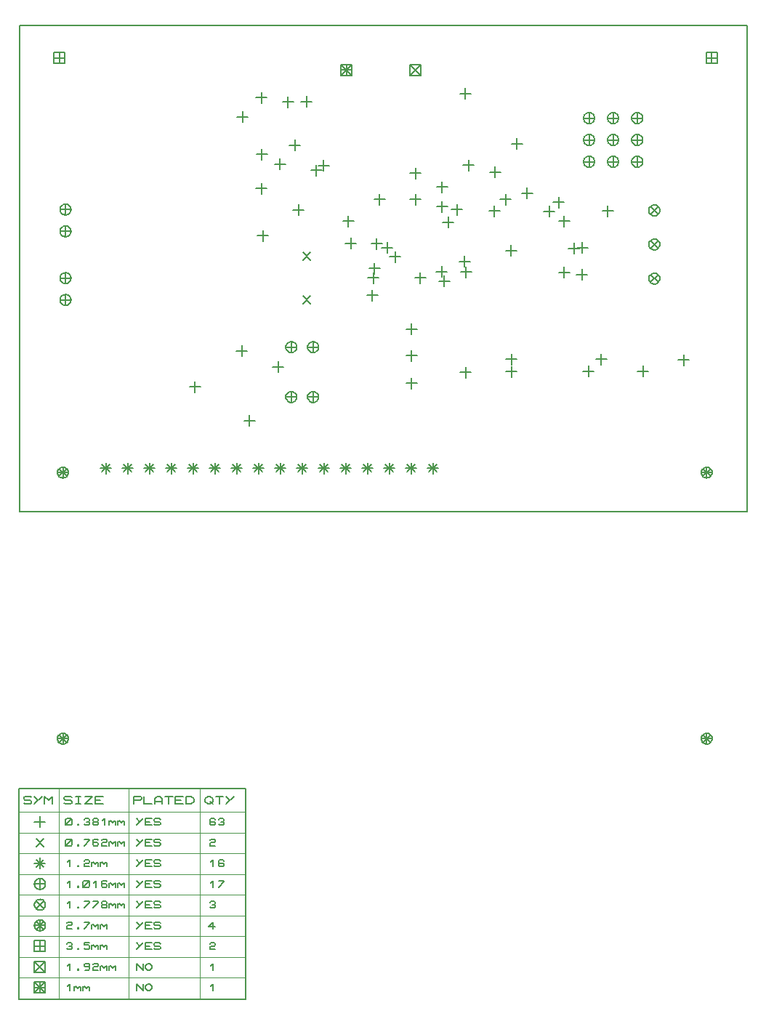
<source format=gbr>
G04 PROTEUS RS274X GERBER FILE*
%FSLAX45Y45*%
%MOMM*%
G01*
%ADD31C,0.203200*%
%ADD95C,0.127000*%
%ADD96C,0.063500*%
D31*
X-4900000Y+2053500D02*
X-4900000Y+1926500D01*
X-4963500Y+1990000D02*
X-4836500Y+1990000D01*
X-4900000Y+1743500D02*
X-4900000Y+1616500D01*
X-4963500Y+1680000D02*
X-4836500Y+1680000D01*
X-4900000Y+1423500D02*
X-4900000Y+1296500D01*
X-4963500Y+1360000D02*
X-4836500Y+1360000D01*
X-4794748Y+2651685D02*
X-4794748Y+2524685D01*
X-4858248Y+2588185D02*
X-4731248Y+2588185D01*
X-1728568Y+1693976D02*
X-1728568Y+1566976D01*
X-1792068Y+1630476D02*
X-1665068Y+1630476D01*
X-2686372Y+1703069D02*
X-2686372Y+1576069D01*
X-2749872Y+1639569D02*
X-2622872Y+1639569D01*
X-3740262Y+2969688D02*
X-3740262Y+2842688D01*
X-3803762Y+2906188D02*
X-3676762Y+2906188D01*
X-2200000Y+1563500D02*
X-2200000Y+1436500D01*
X-2263500Y+1500000D02*
X-2136500Y+1500000D01*
X-2837980Y+1561432D02*
X-2837980Y+1434432D01*
X-2901480Y+1497932D02*
X-2774480Y+1497932D01*
X-4265049Y+2719265D02*
X-4265049Y+2592265D01*
X-4328549Y+2655765D02*
X-4201549Y+2655765D01*
X-3121476Y+2716476D02*
X-3121476Y+2589476D01*
X-3184976Y+2652976D02*
X-3057976Y+2652976D01*
X-4850000Y+3563500D02*
X-4850000Y+3436500D01*
X-4913500Y+3500000D02*
X-4786500Y+3500000D01*
X-3121476Y+3313500D02*
X-3121476Y+3186500D01*
X-3184976Y+3250000D02*
X-3057976Y+3250000D01*
X-3800000Y+3563500D02*
X-3800000Y+3436500D01*
X-3863500Y+3500000D02*
X-3736500Y+3500000D01*
X-3004308Y+2994561D02*
X-3004308Y+2867561D01*
X-3067808Y+2931061D02*
X-2940808Y+2931061D01*
X-4851917Y+3871313D02*
X-4851917Y+3744313D01*
X-4915417Y+3807813D02*
X-4788417Y+3807813D01*
X-3183274Y+3530226D02*
X-3183274Y+3403226D01*
X-3246774Y+3466726D02*
X-3119774Y+3466726D01*
X-3550000Y+3636298D02*
X-3550000Y+3509298D01*
X-3613500Y+3572798D02*
X-3486500Y+3572798D01*
X-2908213Y+3003500D02*
X-2908213Y+2876500D01*
X-2971713Y+2940000D02*
X-2844713Y+2940000D01*
X-2912764Y+2687950D02*
X-2912764Y+2560950D01*
X-2976264Y+2624450D02*
X-2849264Y+2624450D01*
X-4280000Y+2843500D02*
X-4280000Y+2716500D01*
X-4343500Y+2780000D02*
X-4216500Y+2780000D01*
X-3293530Y+3427739D02*
X-3293530Y+3300739D01*
X-3357030Y+3364239D02*
X-3230030Y+3364239D01*
X-2613456Y+3429885D02*
X-2613456Y+3302885D01*
X-2676956Y+3366385D02*
X-2549956Y+3366385D01*
X-3733245Y+1559884D02*
X-3733245Y+1432884D01*
X-3796745Y+1496384D02*
X-3669745Y+1496384D01*
X-3734425Y+1703069D02*
X-3734425Y+1576069D01*
X-3797925Y+1639569D02*
X-3670925Y+1639569D01*
X-3736084Y+1701410D02*
X-3736084Y+1574410D01*
X-3799584Y+1637910D02*
X-3672584Y+1637910D01*
X-4266331Y+1551522D02*
X-4266331Y+1424522D01*
X-4329831Y+1488022D02*
X-4202831Y+1488022D01*
X-3670905Y+4213453D02*
X-3670905Y+4086453D01*
X-3734405Y+4149953D02*
X-3607405Y+4149953D01*
X-4540685Y+3479495D02*
X-4540685Y+3352495D01*
X-4604185Y+3415995D02*
X-4477185Y+3415995D01*
X-4540593Y+3707375D02*
X-4540593Y+3580375D01*
X-4604093Y+3643875D02*
X-4477093Y+3643875D01*
X-6336064Y+4701648D02*
X-6336064Y+4574648D01*
X-6399564Y+4638148D02*
X-6272564Y+4638148D01*
X-6122591Y+4704935D02*
X-6122591Y+4577935D01*
X-6186091Y+4641435D02*
X-6059091Y+4641435D01*
X-6865114Y+4528448D02*
X-6865114Y+4401448D01*
X-6928614Y+4464948D02*
X-6801614Y+4464948D01*
X-3925154Y+3882753D02*
X-3925154Y+3755753D01*
X-3988654Y+3819253D02*
X-3861654Y+3819253D01*
X-5269990Y+3567546D02*
X-5269990Y+3440546D01*
X-5333490Y+3504046D02*
X-5206490Y+3504046D01*
X-5636004Y+3313340D02*
X-5636004Y+3186340D01*
X-5699504Y+3249840D02*
X-5572504Y+3249840D01*
X-6876505Y+1799663D02*
X-6876505Y+1672663D01*
X-6940005Y+1736163D02*
X-6813005Y+1736163D01*
X-5090797Y+2895153D02*
X-5090797Y+2768153D01*
X-5154297Y+2831653D02*
X-5027297Y+2831653D01*
X-5182435Y+3003485D02*
X-5182435Y+2876485D01*
X-5245935Y+2939985D02*
X-5118935Y+2939985D01*
X-5304083Y+3047667D02*
X-5304083Y+2920667D01*
X-5367583Y+2984167D02*
X-5240583Y+2984167D01*
X-7421313Y+1379629D02*
X-7421313Y+1252629D01*
X-7484813Y+1316129D02*
X-7357813Y+1316129D01*
X-5356295Y+2447048D02*
X-5356295Y+2320048D01*
X-5419795Y+2383548D02*
X-5292795Y+2383548D01*
X-6005974Y+3902215D02*
X-6005974Y+3775215D01*
X-6069474Y+3838715D02*
X-5942474Y+3838715D01*
X-5341123Y+2650119D02*
X-5341123Y+2523119D01*
X-5404623Y+2586619D02*
X-5277623Y+2586619D01*
X-5330695Y+2759954D02*
X-5330695Y+2632954D01*
X-5394195Y+2696454D02*
X-5267195Y+2696454D01*
X-6787764Y+987383D02*
X-6787764Y+860383D01*
X-6851264Y+923883D02*
X-6724264Y+923883D01*
X-6629515Y+3141372D02*
X-6629515Y+3014372D01*
X-6693015Y+3077872D02*
X-6566015Y+3077872D01*
X-6216477Y+3441410D02*
X-6216477Y+3314410D01*
X-6279977Y+3377910D02*
X-6152977Y+3377910D01*
X-6645036Y+3691401D02*
X-6645036Y+3564401D01*
X-6708536Y+3627901D02*
X-6581536Y+3627901D01*
X-6258897Y+4196635D02*
X-6258897Y+4069635D01*
X-6322397Y+4133135D02*
X-6195397Y+4133135D01*
X-6644253Y+4090280D02*
X-6644253Y+3963280D01*
X-6707753Y+4026780D02*
X-6580753Y+4026780D01*
X-6644883Y+4752623D02*
X-6644883Y+4625623D01*
X-6708383Y+4689123D02*
X-6581383Y+4689123D01*
X-4235184Y+3964558D02*
X-4235184Y+3837558D01*
X-4298684Y+3901058D02*
X-4171684Y+3901058D01*
X-5605831Y+3053986D02*
X-5605831Y+2926986D01*
X-5669331Y+2990486D02*
X-5542331Y+2990486D01*
X-4545851Y+2725070D02*
X-4545851Y+2598070D01*
X-4609351Y+2661570D02*
X-4482351Y+2661570D01*
X-6450000Y+1613500D02*
X-6450000Y+1486500D01*
X-6513500Y+1550000D02*
X-6386500Y+1550000D01*
X-4269818Y+4799297D02*
X-4269818Y+4672297D01*
X-4333318Y+4735797D02*
X-4206318Y+4735797D01*
X-4469502Y+3300316D02*
X-4469502Y+3173316D01*
X-4533002Y+3236816D02*
X-4406002Y+3236816D01*
X-4516849Y+2612953D02*
X-4516849Y+2485953D01*
X-4580349Y+2549453D02*
X-4453349Y+2549453D01*
X-5922580Y+3961149D02*
X-5922580Y+3834149D01*
X-5986080Y+3897649D02*
X-5859080Y+3897649D01*
X-6428834Y+3977196D02*
X-6428834Y+3850196D01*
X-6492334Y+3913696D02*
X-6365334Y+3913696D01*
X-4369579Y+3445277D02*
X-4369579Y+3318277D01*
X-4433079Y+3381777D02*
X-4306079Y+3381777D01*
X-3934903Y+3430715D02*
X-3934903Y+3303715D01*
X-3998403Y+3367215D02*
X-3871403Y+3367215D01*
X-6164901Y+2374901D02*
X-6075099Y+2285099D01*
X-6164901Y+2285099D02*
X-6075099Y+2374901D01*
X-6164901Y+2882901D02*
X-6075099Y+2793099D01*
X-6164901Y+2793099D02*
X-6075099Y+2882901D01*
X-2006500Y+3372480D02*
X-2006717Y+3377727D01*
X-2008482Y+3388222D01*
X-2012174Y+3398717D01*
X-2018202Y+3409212D01*
X-2027424Y+3419592D01*
X-2037919Y+3427280D01*
X-2048414Y+3432198D01*
X-2058909Y+3435004D01*
X-2069404Y+3435977D01*
X-2070000Y+3435980D01*
X-2133500Y+3372480D02*
X-2133283Y+3377727D01*
X-2131518Y+3388222D01*
X-2127826Y+3398717D01*
X-2121798Y+3409212D01*
X-2112576Y+3419592D01*
X-2102081Y+3427280D01*
X-2091586Y+3432198D01*
X-2081091Y+3435004D01*
X-2070596Y+3435977D01*
X-2070000Y+3435980D01*
X-2133500Y+3372480D02*
X-2133283Y+3367233D01*
X-2131518Y+3356738D01*
X-2127826Y+3346243D01*
X-2121798Y+3335748D01*
X-2112576Y+3325368D01*
X-2102081Y+3317680D01*
X-2091586Y+3312762D01*
X-2081091Y+3309956D01*
X-2070596Y+3308983D01*
X-2070000Y+3308980D01*
X-2006500Y+3372480D02*
X-2006717Y+3367233D01*
X-2008482Y+3356738D01*
X-2012174Y+3346243D01*
X-2018202Y+3335748D01*
X-2027424Y+3325368D01*
X-2037919Y+3317680D01*
X-2048414Y+3312762D01*
X-2058909Y+3309956D01*
X-2069404Y+3308983D01*
X-2070000Y+3308980D01*
X-2114901Y+3417381D02*
X-2025099Y+3327579D01*
X-2114901Y+3327579D02*
X-2025099Y+3417381D01*
X-2006500Y+2976240D02*
X-2006717Y+2981487D01*
X-2008482Y+2991982D01*
X-2012174Y+3002477D01*
X-2018202Y+3012972D01*
X-2027424Y+3023352D01*
X-2037919Y+3031040D01*
X-2048414Y+3035958D01*
X-2058909Y+3038764D01*
X-2069404Y+3039737D01*
X-2070000Y+3039740D01*
X-2133500Y+2976240D02*
X-2133283Y+2981487D01*
X-2131518Y+2991982D01*
X-2127826Y+3002477D01*
X-2121798Y+3012972D01*
X-2112576Y+3023352D01*
X-2102081Y+3031040D01*
X-2091586Y+3035958D01*
X-2081091Y+3038764D01*
X-2070596Y+3039737D01*
X-2070000Y+3039740D01*
X-2133500Y+2976240D02*
X-2133283Y+2970993D01*
X-2131518Y+2960498D01*
X-2127826Y+2950003D01*
X-2121798Y+2939508D01*
X-2112576Y+2929128D01*
X-2102081Y+2921440D01*
X-2091586Y+2916522D01*
X-2081091Y+2913716D01*
X-2070596Y+2912743D01*
X-2070000Y+2912740D01*
X-2006500Y+2976240D02*
X-2006717Y+2970993D01*
X-2008482Y+2960498D01*
X-2012174Y+2950003D01*
X-2018202Y+2939508D01*
X-2027424Y+2929128D01*
X-2037919Y+2921440D01*
X-2048414Y+2916522D01*
X-2058909Y+2913716D01*
X-2069404Y+2912743D01*
X-2070000Y+2912740D01*
X-2114901Y+3021141D02*
X-2025099Y+2931339D01*
X-2114901Y+2931339D02*
X-2025099Y+3021141D01*
X-2006500Y+2580000D02*
X-2006717Y+2585247D01*
X-2008482Y+2595742D01*
X-2012174Y+2606237D01*
X-2018202Y+2616732D01*
X-2027424Y+2627112D01*
X-2037919Y+2634800D01*
X-2048414Y+2639718D01*
X-2058909Y+2642524D01*
X-2069404Y+2643497D01*
X-2070000Y+2643500D01*
X-2133500Y+2580000D02*
X-2133283Y+2585247D01*
X-2131518Y+2595742D01*
X-2127826Y+2606237D01*
X-2121798Y+2616732D01*
X-2112576Y+2627112D01*
X-2102081Y+2634800D01*
X-2091586Y+2639718D01*
X-2081091Y+2642524D01*
X-2070596Y+2643497D01*
X-2070000Y+2643500D01*
X-2133500Y+2580000D02*
X-2133283Y+2574753D01*
X-2131518Y+2564258D01*
X-2127826Y+2553763D01*
X-2121798Y+2543268D01*
X-2112576Y+2532888D01*
X-2102081Y+2525200D01*
X-2091586Y+2520282D01*
X-2081091Y+2517476D01*
X-2070596Y+2516503D01*
X-2070000Y+2516500D01*
X-2006500Y+2580000D02*
X-2006717Y+2574753D01*
X-2008482Y+2564258D01*
X-2012174Y+2553763D01*
X-2018202Y+2543268D01*
X-2027424Y+2532888D01*
X-2037919Y+2525200D01*
X-2048414Y+2520282D01*
X-2058909Y+2517476D01*
X-2069404Y+2516503D01*
X-2070000Y+2516500D01*
X-2114901Y+2624901D02*
X-2025099Y+2535099D01*
X-2114901Y+2535099D02*
X-2025099Y+2624901D01*
X-8866500Y+3130000D02*
X-8866717Y+3135247D01*
X-8868482Y+3145742D01*
X-8872174Y+3156237D01*
X-8878202Y+3166732D01*
X-8887424Y+3177112D01*
X-8897919Y+3184800D01*
X-8908414Y+3189718D01*
X-8918909Y+3192524D01*
X-8929404Y+3193497D01*
X-8930000Y+3193500D01*
X-8993500Y+3130000D02*
X-8993283Y+3135247D01*
X-8991518Y+3145742D01*
X-8987826Y+3156237D01*
X-8981798Y+3166732D01*
X-8972576Y+3177112D01*
X-8962081Y+3184800D01*
X-8951586Y+3189718D01*
X-8941091Y+3192524D01*
X-8930596Y+3193497D01*
X-8930000Y+3193500D01*
X-8993500Y+3130000D02*
X-8993283Y+3124753D01*
X-8991518Y+3114258D01*
X-8987826Y+3103763D01*
X-8981798Y+3093268D01*
X-8972576Y+3082888D01*
X-8962081Y+3075200D01*
X-8951586Y+3070282D01*
X-8941091Y+3067476D01*
X-8930596Y+3066503D01*
X-8930000Y+3066500D01*
X-8866500Y+3130000D02*
X-8866717Y+3124753D01*
X-8868482Y+3114258D01*
X-8872174Y+3103763D01*
X-8878202Y+3093268D01*
X-8887424Y+3082888D01*
X-8897919Y+3075200D01*
X-8908414Y+3070282D01*
X-8918909Y+3067476D01*
X-8929404Y+3066503D01*
X-8930000Y+3066500D01*
X-8930000Y+3193500D02*
X-8930000Y+3066500D01*
X-8993500Y+3130000D02*
X-8866500Y+3130000D01*
X-8866500Y+3384000D02*
X-8866717Y+3389247D01*
X-8868482Y+3399742D01*
X-8872174Y+3410237D01*
X-8878202Y+3420732D01*
X-8887424Y+3431112D01*
X-8897919Y+3438800D01*
X-8908414Y+3443718D01*
X-8918909Y+3446524D01*
X-8929404Y+3447497D01*
X-8930000Y+3447500D01*
X-8993500Y+3384000D02*
X-8993283Y+3389247D01*
X-8991518Y+3399742D01*
X-8987826Y+3410237D01*
X-8981798Y+3420732D01*
X-8972576Y+3431112D01*
X-8962081Y+3438800D01*
X-8951586Y+3443718D01*
X-8941091Y+3446524D01*
X-8930596Y+3447497D01*
X-8930000Y+3447500D01*
X-8993500Y+3384000D02*
X-8993283Y+3378753D01*
X-8991518Y+3368258D01*
X-8987826Y+3357763D01*
X-8981798Y+3347268D01*
X-8972576Y+3336888D01*
X-8962081Y+3329200D01*
X-8951586Y+3324282D01*
X-8941091Y+3321476D01*
X-8930596Y+3320503D01*
X-8930000Y+3320500D01*
X-8866500Y+3384000D02*
X-8866717Y+3378753D01*
X-8868482Y+3368258D01*
X-8872174Y+3357763D01*
X-8878202Y+3347268D01*
X-8887424Y+3336888D01*
X-8897919Y+3329200D01*
X-8908414Y+3324282D01*
X-8918909Y+3321476D01*
X-8929404Y+3320503D01*
X-8930000Y+3320500D01*
X-8930000Y+3447500D02*
X-8930000Y+3320500D01*
X-8993500Y+3384000D02*
X-8866500Y+3384000D01*
X-8866500Y+2330000D02*
X-8866717Y+2335247D01*
X-8868482Y+2345742D01*
X-8872174Y+2356237D01*
X-8878202Y+2366732D01*
X-8887424Y+2377112D01*
X-8897919Y+2384800D01*
X-8908414Y+2389718D01*
X-8918909Y+2392524D01*
X-8929404Y+2393497D01*
X-8930000Y+2393500D01*
X-8993500Y+2330000D02*
X-8993283Y+2335247D01*
X-8991518Y+2345742D01*
X-8987826Y+2356237D01*
X-8981798Y+2366732D01*
X-8972576Y+2377112D01*
X-8962081Y+2384800D01*
X-8951586Y+2389718D01*
X-8941091Y+2392524D01*
X-8930596Y+2393497D01*
X-8930000Y+2393500D01*
X-8993500Y+2330000D02*
X-8993283Y+2324753D01*
X-8991518Y+2314258D01*
X-8987826Y+2303763D01*
X-8981798Y+2293268D01*
X-8972576Y+2282888D01*
X-8962081Y+2275200D01*
X-8951586Y+2270282D01*
X-8941091Y+2267476D01*
X-8930596Y+2266503D01*
X-8930000Y+2266500D01*
X-8866500Y+2330000D02*
X-8866717Y+2324753D01*
X-8868482Y+2314258D01*
X-8872174Y+2303763D01*
X-8878202Y+2293268D01*
X-8887424Y+2282888D01*
X-8897919Y+2275200D01*
X-8908414Y+2270282D01*
X-8918909Y+2267476D01*
X-8929404Y+2266503D01*
X-8930000Y+2266500D01*
X-8930000Y+2393500D02*
X-8930000Y+2266500D01*
X-8993500Y+2330000D02*
X-8866500Y+2330000D01*
X-8866500Y+2584000D02*
X-8866717Y+2589247D01*
X-8868482Y+2599742D01*
X-8872174Y+2610237D01*
X-8878202Y+2620732D01*
X-8887424Y+2631112D01*
X-8897919Y+2638800D01*
X-8908414Y+2643718D01*
X-8918909Y+2646524D01*
X-8929404Y+2647497D01*
X-8930000Y+2647500D01*
X-8993500Y+2584000D02*
X-8993283Y+2589247D01*
X-8991518Y+2599742D01*
X-8987826Y+2610237D01*
X-8981798Y+2620732D01*
X-8972576Y+2631112D01*
X-8962081Y+2638800D01*
X-8951586Y+2643718D01*
X-8941091Y+2646524D01*
X-8930596Y+2647497D01*
X-8930000Y+2647500D01*
X-8993500Y+2584000D02*
X-8993283Y+2578753D01*
X-8991518Y+2568258D01*
X-8987826Y+2557763D01*
X-8981798Y+2547268D01*
X-8972576Y+2536888D01*
X-8962081Y+2529200D01*
X-8951586Y+2524282D01*
X-8941091Y+2521476D01*
X-8930596Y+2520503D01*
X-8930000Y+2520500D01*
X-8866500Y+2584000D02*
X-8866717Y+2578753D01*
X-8868482Y+2568258D01*
X-8872174Y+2557763D01*
X-8878202Y+2547268D01*
X-8887424Y+2536888D01*
X-8897919Y+2529200D01*
X-8908414Y+2524282D01*
X-8918909Y+2521476D01*
X-8929404Y+2520503D01*
X-8930000Y+2520500D01*
X-8930000Y+2647500D02*
X-8930000Y+2520500D01*
X-8993500Y+2584000D02*
X-8866500Y+2584000D01*
X-2766500Y+3940000D02*
X-2766717Y+3945247D01*
X-2768482Y+3955742D01*
X-2772174Y+3966237D01*
X-2778202Y+3976732D01*
X-2787424Y+3987112D01*
X-2797919Y+3994800D01*
X-2808414Y+3999718D01*
X-2818909Y+4002524D01*
X-2829404Y+4003497D01*
X-2830000Y+4003500D01*
X-2893500Y+3940000D02*
X-2893283Y+3945247D01*
X-2891518Y+3955742D01*
X-2887826Y+3966237D01*
X-2881798Y+3976732D01*
X-2872576Y+3987112D01*
X-2862081Y+3994800D01*
X-2851586Y+3999718D01*
X-2841091Y+4002524D01*
X-2830596Y+4003497D01*
X-2830000Y+4003500D01*
X-2893500Y+3940000D02*
X-2893283Y+3934753D01*
X-2891518Y+3924258D01*
X-2887826Y+3913763D01*
X-2881798Y+3903268D01*
X-2872576Y+3892888D01*
X-2862081Y+3885200D01*
X-2851586Y+3880282D01*
X-2841091Y+3877476D01*
X-2830596Y+3876503D01*
X-2830000Y+3876500D01*
X-2766500Y+3940000D02*
X-2766717Y+3934753D01*
X-2768482Y+3924258D01*
X-2772174Y+3913763D01*
X-2778202Y+3903268D01*
X-2787424Y+3892888D01*
X-2797919Y+3885200D01*
X-2808414Y+3880282D01*
X-2818909Y+3877476D01*
X-2829404Y+3876503D01*
X-2830000Y+3876500D01*
X-2830000Y+4003500D02*
X-2830000Y+3876500D01*
X-2893500Y+3940000D02*
X-2766500Y+3940000D01*
X-2766500Y+4194000D02*
X-2766717Y+4199247D01*
X-2768482Y+4209742D01*
X-2772174Y+4220237D01*
X-2778202Y+4230732D01*
X-2787424Y+4241112D01*
X-2797919Y+4248800D01*
X-2808414Y+4253718D01*
X-2818909Y+4256524D01*
X-2829404Y+4257497D01*
X-2830000Y+4257500D01*
X-2893500Y+4194000D02*
X-2893283Y+4199247D01*
X-2891518Y+4209742D01*
X-2887826Y+4220237D01*
X-2881798Y+4230732D01*
X-2872576Y+4241112D01*
X-2862081Y+4248800D01*
X-2851586Y+4253718D01*
X-2841091Y+4256524D01*
X-2830596Y+4257497D01*
X-2830000Y+4257500D01*
X-2893500Y+4194000D02*
X-2893283Y+4188753D01*
X-2891518Y+4178258D01*
X-2887826Y+4167763D01*
X-2881798Y+4157268D01*
X-2872576Y+4146888D01*
X-2862081Y+4139200D01*
X-2851586Y+4134282D01*
X-2841091Y+4131476D01*
X-2830596Y+4130503D01*
X-2830000Y+4130500D01*
X-2766500Y+4194000D02*
X-2766717Y+4188753D01*
X-2768482Y+4178258D01*
X-2772174Y+4167763D01*
X-2778202Y+4157268D01*
X-2787424Y+4146888D01*
X-2797919Y+4139200D01*
X-2808414Y+4134282D01*
X-2818909Y+4131476D01*
X-2829404Y+4130503D01*
X-2830000Y+4130500D01*
X-2830000Y+4257500D02*
X-2830000Y+4130500D01*
X-2893500Y+4194000D02*
X-2766500Y+4194000D01*
X-2766500Y+4448000D02*
X-2766717Y+4453247D01*
X-2768482Y+4463742D01*
X-2772174Y+4474237D01*
X-2778202Y+4484732D01*
X-2787424Y+4495112D01*
X-2797919Y+4502800D01*
X-2808414Y+4507718D01*
X-2818909Y+4510524D01*
X-2829404Y+4511497D01*
X-2830000Y+4511500D01*
X-2893500Y+4448000D02*
X-2893283Y+4453247D01*
X-2891518Y+4463742D01*
X-2887826Y+4474237D01*
X-2881798Y+4484732D01*
X-2872576Y+4495112D01*
X-2862081Y+4502800D01*
X-2851586Y+4507718D01*
X-2841091Y+4510524D01*
X-2830596Y+4511497D01*
X-2830000Y+4511500D01*
X-2893500Y+4448000D02*
X-2893283Y+4442753D01*
X-2891518Y+4432258D01*
X-2887826Y+4421763D01*
X-2881798Y+4411268D01*
X-2872576Y+4400888D01*
X-2862081Y+4393200D01*
X-2851586Y+4388282D01*
X-2841091Y+4385476D01*
X-2830596Y+4384503D01*
X-2830000Y+4384500D01*
X-2766500Y+4448000D02*
X-2766717Y+4442753D01*
X-2768482Y+4432258D01*
X-2772174Y+4421763D01*
X-2778202Y+4411268D01*
X-2787424Y+4400888D01*
X-2797919Y+4393200D01*
X-2808414Y+4388282D01*
X-2818909Y+4385476D01*
X-2829404Y+4384503D01*
X-2830000Y+4384500D01*
X-2830000Y+4511500D02*
X-2830000Y+4384500D01*
X-2893500Y+4448000D02*
X-2766500Y+4448000D01*
X-2486500Y+3940000D02*
X-2486717Y+3945247D01*
X-2488482Y+3955742D01*
X-2492174Y+3966237D01*
X-2498202Y+3976732D01*
X-2507424Y+3987112D01*
X-2517919Y+3994800D01*
X-2528414Y+3999718D01*
X-2538909Y+4002524D01*
X-2549404Y+4003497D01*
X-2550000Y+4003500D01*
X-2613500Y+3940000D02*
X-2613283Y+3945247D01*
X-2611518Y+3955742D01*
X-2607826Y+3966237D01*
X-2601798Y+3976732D01*
X-2592576Y+3987112D01*
X-2582081Y+3994800D01*
X-2571586Y+3999718D01*
X-2561091Y+4002524D01*
X-2550596Y+4003497D01*
X-2550000Y+4003500D01*
X-2613500Y+3940000D02*
X-2613283Y+3934753D01*
X-2611518Y+3924258D01*
X-2607826Y+3913763D01*
X-2601798Y+3903268D01*
X-2592576Y+3892888D01*
X-2582081Y+3885200D01*
X-2571586Y+3880282D01*
X-2561091Y+3877476D01*
X-2550596Y+3876503D01*
X-2550000Y+3876500D01*
X-2486500Y+3940000D02*
X-2486717Y+3934753D01*
X-2488482Y+3924258D01*
X-2492174Y+3913763D01*
X-2498202Y+3903268D01*
X-2507424Y+3892888D01*
X-2517919Y+3885200D01*
X-2528414Y+3880282D01*
X-2538909Y+3877476D01*
X-2549404Y+3876503D01*
X-2550000Y+3876500D01*
X-2550000Y+4003500D02*
X-2550000Y+3876500D01*
X-2613500Y+3940000D02*
X-2486500Y+3940000D01*
X-2486500Y+4194000D02*
X-2486717Y+4199247D01*
X-2488482Y+4209742D01*
X-2492174Y+4220237D01*
X-2498202Y+4230732D01*
X-2507424Y+4241112D01*
X-2517919Y+4248800D01*
X-2528414Y+4253718D01*
X-2538909Y+4256524D01*
X-2549404Y+4257497D01*
X-2550000Y+4257500D01*
X-2613500Y+4194000D02*
X-2613283Y+4199247D01*
X-2611518Y+4209742D01*
X-2607826Y+4220237D01*
X-2601798Y+4230732D01*
X-2592576Y+4241112D01*
X-2582081Y+4248800D01*
X-2571586Y+4253718D01*
X-2561091Y+4256524D01*
X-2550596Y+4257497D01*
X-2550000Y+4257500D01*
X-2613500Y+4194000D02*
X-2613283Y+4188753D01*
X-2611518Y+4178258D01*
X-2607826Y+4167763D01*
X-2601798Y+4157268D01*
X-2592576Y+4146888D01*
X-2582081Y+4139200D01*
X-2571586Y+4134282D01*
X-2561091Y+4131476D01*
X-2550596Y+4130503D01*
X-2550000Y+4130500D01*
X-2486500Y+4194000D02*
X-2486717Y+4188753D01*
X-2488482Y+4178258D01*
X-2492174Y+4167763D01*
X-2498202Y+4157268D01*
X-2507424Y+4146888D01*
X-2517919Y+4139200D01*
X-2528414Y+4134282D01*
X-2538909Y+4131476D01*
X-2549404Y+4130503D01*
X-2550000Y+4130500D01*
X-2550000Y+4257500D02*
X-2550000Y+4130500D01*
X-2613500Y+4194000D02*
X-2486500Y+4194000D01*
X-2486500Y+4448000D02*
X-2486717Y+4453247D01*
X-2488482Y+4463742D01*
X-2492174Y+4474237D01*
X-2498202Y+4484732D01*
X-2507424Y+4495112D01*
X-2517919Y+4502800D01*
X-2528414Y+4507718D01*
X-2538909Y+4510524D01*
X-2549404Y+4511497D01*
X-2550000Y+4511500D01*
X-2613500Y+4448000D02*
X-2613283Y+4453247D01*
X-2611518Y+4463742D01*
X-2607826Y+4474237D01*
X-2601798Y+4484732D01*
X-2592576Y+4495112D01*
X-2582081Y+4502800D01*
X-2571586Y+4507718D01*
X-2561091Y+4510524D01*
X-2550596Y+4511497D01*
X-2550000Y+4511500D01*
X-2613500Y+4448000D02*
X-2613283Y+4442753D01*
X-2611518Y+4432258D01*
X-2607826Y+4421763D01*
X-2601798Y+4411268D01*
X-2592576Y+4400888D01*
X-2582081Y+4393200D01*
X-2571586Y+4388282D01*
X-2561091Y+4385476D01*
X-2550596Y+4384503D01*
X-2550000Y+4384500D01*
X-2486500Y+4448000D02*
X-2486717Y+4442753D01*
X-2488482Y+4432258D01*
X-2492174Y+4421763D01*
X-2498202Y+4411268D01*
X-2507424Y+4400888D01*
X-2517919Y+4393200D01*
X-2528414Y+4388282D01*
X-2538909Y+4385476D01*
X-2549404Y+4384503D01*
X-2550000Y+4384500D01*
X-2550000Y+4511500D02*
X-2550000Y+4384500D01*
X-2613500Y+4448000D02*
X-2486500Y+4448000D01*
X-2206500Y+3940000D02*
X-2206717Y+3945247D01*
X-2208482Y+3955742D01*
X-2212174Y+3966237D01*
X-2218202Y+3976732D01*
X-2227424Y+3987112D01*
X-2237919Y+3994800D01*
X-2248414Y+3999718D01*
X-2258909Y+4002524D01*
X-2269404Y+4003497D01*
X-2270000Y+4003500D01*
X-2333500Y+3940000D02*
X-2333283Y+3945247D01*
X-2331518Y+3955742D01*
X-2327826Y+3966237D01*
X-2321798Y+3976732D01*
X-2312576Y+3987112D01*
X-2302081Y+3994800D01*
X-2291586Y+3999718D01*
X-2281091Y+4002524D01*
X-2270596Y+4003497D01*
X-2270000Y+4003500D01*
X-2333500Y+3940000D02*
X-2333283Y+3934753D01*
X-2331518Y+3924258D01*
X-2327826Y+3913763D01*
X-2321798Y+3903268D01*
X-2312576Y+3892888D01*
X-2302081Y+3885200D01*
X-2291586Y+3880282D01*
X-2281091Y+3877476D01*
X-2270596Y+3876503D01*
X-2270000Y+3876500D01*
X-2206500Y+3940000D02*
X-2206717Y+3934753D01*
X-2208482Y+3924258D01*
X-2212174Y+3913763D01*
X-2218202Y+3903268D01*
X-2227424Y+3892888D01*
X-2237919Y+3885200D01*
X-2248414Y+3880282D01*
X-2258909Y+3877476D01*
X-2269404Y+3876503D01*
X-2270000Y+3876500D01*
X-2270000Y+4003500D02*
X-2270000Y+3876500D01*
X-2333500Y+3940000D02*
X-2206500Y+3940000D01*
X-2206500Y+4194000D02*
X-2206717Y+4199247D01*
X-2208482Y+4209742D01*
X-2212174Y+4220237D01*
X-2218202Y+4230732D01*
X-2227424Y+4241112D01*
X-2237919Y+4248800D01*
X-2248414Y+4253718D01*
X-2258909Y+4256524D01*
X-2269404Y+4257497D01*
X-2270000Y+4257500D01*
X-2333500Y+4194000D02*
X-2333283Y+4199247D01*
X-2331518Y+4209742D01*
X-2327826Y+4220237D01*
X-2321798Y+4230732D01*
X-2312576Y+4241112D01*
X-2302081Y+4248800D01*
X-2291586Y+4253718D01*
X-2281091Y+4256524D01*
X-2270596Y+4257497D01*
X-2270000Y+4257500D01*
X-2333500Y+4194000D02*
X-2333283Y+4188753D01*
X-2331518Y+4178258D01*
X-2327826Y+4167763D01*
X-2321798Y+4157268D01*
X-2312576Y+4146888D01*
X-2302081Y+4139200D01*
X-2291586Y+4134282D01*
X-2281091Y+4131476D01*
X-2270596Y+4130503D01*
X-2270000Y+4130500D01*
X-2206500Y+4194000D02*
X-2206717Y+4188753D01*
X-2208482Y+4178258D01*
X-2212174Y+4167763D01*
X-2218202Y+4157268D01*
X-2227424Y+4146888D01*
X-2237919Y+4139200D01*
X-2248414Y+4134282D01*
X-2258909Y+4131476D01*
X-2269404Y+4130503D01*
X-2270000Y+4130500D01*
X-2270000Y+4257500D02*
X-2270000Y+4130500D01*
X-2333500Y+4194000D02*
X-2206500Y+4194000D01*
X-2206500Y+4448000D02*
X-2206717Y+4453247D01*
X-2208482Y+4463742D01*
X-2212174Y+4474237D01*
X-2218202Y+4484732D01*
X-2227424Y+4495112D01*
X-2237919Y+4502800D01*
X-2248414Y+4507718D01*
X-2258909Y+4510524D01*
X-2269404Y+4511497D01*
X-2270000Y+4511500D01*
X-2333500Y+4448000D02*
X-2333283Y+4453247D01*
X-2331518Y+4463742D01*
X-2327826Y+4474237D01*
X-2321798Y+4484732D01*
X-2312576Y+4495112D01*
X-2302081Y+4502800D01*
X-2291586Y+4507718D01*
X-2281091Y+4510524D01*
X-2270596Y+4511497D01*
X-2270000Y+4511500D01*
X-2333500Y+4448000D02*
X-2333283Y+4442753D01*
X-2331518Y+4432258D01*
X-2327826Y+4421763D01*
X-2321798Y+4411268D01*
X-2312576Y+4400888D01*
X-2302081Y+4393200D01*
X-2291586Y+4388282D01*
X-2281091Y+4385476D01*
X-2270596Y+4384503D01*
X-2270000Y+4384500D01*
X-2206500Y+4448000D02*
X-2206717Y+4442753D01*
X-2208482Y+4432258D01*
X-2212174Y+4421763D01*
X-2218202Y+4411268D01*
X-2227424Y+4400888D01*
X-2237919Y+4393200D01*
X-2248414Y+4388282D01*
X-2258909Y+4385476D01*
X-2269404Y+4384503D01*
X-2270000Y+4384500D01*
X-2270000Y+4511500D02*
X-2270000Y+4384500D01*
X-2333500Y+4448000D02*
X-2206500Y+4448000D01*
X-4918500Y+4944500D02*
X-4791500Y+4944500D01*
X-4791500Y+5071500D01*
X-4918500Y+5071500D01*
X-4918500Y+4944500D01*
X-4918500Y+5071500D02*
X-4791500Y+4944500D01*
X-4918500Y+4944500D02*
X-4791500Y+5071500D01*
X-5655000Y+5071500D02*
X-5655000Y+4944500D01*
X-5718500Y+5008000D02*
X-5591500Y+5008000D01*
X-5718500Y+4944500D02*
X-5591500Y+4944500D01*
X-5591500Y+5071500D01*
X-5718500Y+5071500D01*
X-5718500Y+4944500D01*
X-5718500Y+5071500D02*
X-5591500Y+4944500D01*
X-5718500Y+4944500D02*
X-5591500Y+5071500D01*
X-6236500Y+1200000D02*
X-6236717Y+1205247D01*
X-6238482Y+1215742D01*
X-6242174Y+1226237D01*
X-6248202Y+1236732D01*
X-6257424Y+1247112D01*
X-6267919Y+1254800D01*
X-6278414Y+1259718D01*
X-6288909Y+1262524D01*
X-6299404Y+1263497D01*
X-6300000Y+1263500D01*
X-6363500Y+1200000D02*
X-6363283Y+1205247D01*
X-6361518Y+1215742D01*
X-6357826Y+1226237D01*
X-6351798Y+1236732D01*
X-6342576Y+1247112D01*
X-6332081Y+1254800D01*
X-6321586Y+1259718D01*
X-6311091Y+1262524D01*
X-6300596Y+1263497D01*
X-6300000Y+1263500D01*
X-6363500Y+1200000D02*
X-6363283Y+1194753D01*
X-6361518Y+1184258D01*
X-6357826Y+1173763D01*
X-6351798Y+1163268D01*
X-6342576Y+1152888D01*
X-6332081Y+1145200D01*
X-6321586Y+1140282D01*
X-6311091Y+1137476D01*
X-6300596Y+1136503D01*
X-6300000Y+1136500D01*
X-6236500Y+1200000D02*
X-6236717Y+1194753D01*
X-6238482Y+1184258D01*
X-6242174Y+1173763D01*
X-6248202Y+1163268D01*
X-6257424Y+1152888D01*
X-6267919Y+1145200D01*
X-6278414Y+1140282D01*
X-6288909Y+1137476D01*
X-6299404Y+1136503D01*
X-6300000Y+1136500D01*
X-6300000Y+1263500D02*
X-6300000Y+1136500D01*
X-6363500Y+1200000D02*
X-6236500Y+1200000D01*
X-5982500Y+1200000D02*
X-5982717Y+1205247D01*
X-5984482Y+1215742D01*
X-5988174Y+1226237D01*
X-5994202Y+1236732D01*
X-6003424Y+1247112D01*
X-6013919Y+1254800D01*
X-6024414Y+1259718D01*
X-6034909Y+1262524D01*
X-6045404Y+1263497D01*
X-6046000Y+1263500D01*
X-6109500Y+1200000D02*
X-6109283Y+1205247D01*
X-6107518Y+1215742D01*
X-6103826Y+1226237D01*
X-6097798Y+1236732D01*
X-6088576Y+1247112D01*
X-6078081Y+1254800D01*
X-6067586Y+1259718D01*
X-6057091Y+1262524D01*
X-6046596Y+1263497D01*
X-6046000Y+1263500D01*
X-6109500Y+1200000D02*
X-6109283Y+1194753D01*
X-6107518Y+1184258D01*
X-6103826Y+1173763D01*
X-6097798Y+1163268D01*
X-6088576Y+1152888D01*
X-6078081Y+1145200D01*
X-6067586Y+1140282D01*
X-6057091Y+1137476D01*
X-6046596Y+1136503D01*
X-6046000Y+1136500D01*
X-5982500Y+1200000D02*
X-5982717Y+1194753D01*
X-5984482Y+1184258D01*
X-5988174Y+1173763D01*
X-5994202Y+1163268D01*
X-6003424Y+1152888D01*
X-6013919Y+1145200D01*
X-6024414Y+1140282D01*
X-6034909Y+1137476D01*
X-6045404Y+1136503D01*
X-6046000Y+1136500D01*
X-6046000Y+1263500D02*
X-6046000Y+1136500D01*
X-6109500Y+1200000D02*
X-5982500Y+1200000D01*
X-6236500Y+1780000D02*
X-6236717Y+1785247D01*
X-6238482Y+1795742D01*
X-6242174Y+1806237D01*
X-6248202Y+1816732D01*
X-6257424Y+1827112D01*
X-6267919Y+1834800D01*
X-6278414Y+1839718D01*
X-6288909Y+1842524D01*
X-6299404Y+1843497D01*
X-6300000Y+1843500D01*
X-6363500Y+1780000D02*
X-6363283Y+1785247D01*
X-6361518Y+1795742D01*
X-6357826Y+1806237D01*
X-6351798Y+1816732D01*
X-6342576Y+1827112D01*
X-6332081Y+1834800D01*
X-6321586Y+1839718D01*
X-6311091Y+1842524D01*
X-6300596Y+1843497D01*
X-6300000Y+1843500D01*
X-6363500Y+1780000D02*
X-6363283Y+1774753D01*
X-6361518Y+1764258D01*
X-6357826Y+1753763D01*
X-6351798Y+1743268D01*
X-6342576Y+1732888D01*
X-6332081Y+1725200D01*
X-6321586Y+1720282D01*
X-6311091Y+1717476D01*
X-6300596Y+1716503D01*
X-6300000Y+1716500D01*
X-6236500Y+1780000D02*
X-6236717Y+1774753D01*
X-6238482Y+1764258D01*
X-6242174Y+1753763D01*
X-6248202Y+1743268D01*
X-6257424Y+1732888D01*
X-6267919Y+1725200D01*
X-6278414Y+1720282D01*
X-6288909Y+1717476D01*
X-6299404Y+1716503D01*
X-6300000Y+1716500D01*
X-6300000Y+1843500D02*
X-6300000Y+1716500D01*
X-6363500Y+1780000D02*
X-6236500Y+1780000D01*
X-5982500Y+1780000D02*
X-5982717Y+1785247D01*
X-5984482Y+1795742D01*
X-5988174Y+1806237D01*
X-5994202Y+1816732D01*
X-6003424Y+1827112D01*
X-6013919Y+1834800D01*
X-6024414Y+1839718D01*
X-6034909Y+1842524D01*
X-6045404Y+1843497D01*
X-6046000Y+1843500D01*
X-6109500Y+1780000D02*
X-6109283Y+1785247D01*
X-6107518Y+1795742D01*
X-6103826Y+1806237D01*
X-6097798Y+1816732D01*
X-6088576Y+1827112D01*
X-6078081Y+1834800D01*
X-6067586Y+1839718D01*
X-6057091Y+1842524D01*
X-6046596Y+1843497D01*
X-6046000Y+1843500D01*
X-6109500Y+1780000D02*
X-6109283Y+1774753D01*
X-6107518Y+1764258D01*
X-6103826Y+1753763D01*
X-6097798Y+1743268D01*
X-6088576Y+1732888D01*
X-6078081Y+1725200D01*
X-6067586Y+1720282D01*
X-6057091Y+1717476D01*
X-6046596Y+1716503D01*
X-6046000Y+1716500D01*
X-5982500Y+1780000D02*
X-5982717Y+1774753D01*
X-5984482Y+1764258D01*
X-5988174Y+1753763D01*
X-5994202Y+1743268D01*
X-6003424Y+1732888D01*
X-6013919Y+1725200D01*
X-6024414Y+1720282D01*
X-6034909Y+1717476D01*
X-6045404Y+1716503D01*
X-6046000Y+1716500D01*
X-6046000Y+1843500D02*
X-6046000Y+1716500D01*
X-6109500Y+1780000D02*
X-5982500Y+1780000D01*
X-8460000Y+433500D02*
X-8460000Y+306500D01*
X-8523500Y+370000D02*
X-8396500Y+370000D01*
X-8504901Y+414901D02*
X-8415099Y+325099D01*
X-8504901Y+325099D02*
X-8415099Y+414901D01*
X-8206000Y+433500D02*
X-8206000Y+306500D01*
X-8269500Y+370000D02*
X-8142500Y+370000D01*
X-8250901Y+414901D02*
X-8161099Y+325099D01*
X-8250901Y+325099D02*
X-8161099Y+414901D01*
X-7952000Y+433500D02*
X-7952000Y+306500D01*
X-8015500Y+370000D02*
X-7888500Y+370000D01*
X-7996901Y+414901D02*
X-7907099Y+325099D01*
X-7996901Y+325099D02*
X-7907099Y+414901D01*
X-7698000Y+433500D02*
X-7698000Y+306500D01*
X-7761500Y+370000D02*
X-7634500Y+370000D01*
X-7742901Y+414901D02*
X-7653099Y+325099D01*
X-7742901Y+325099D02*
X-7653099Y+414901D01*
X-7444000Y+433500D02*
X-7444000Y+306500D01*
X-7507500Y+370000D02*
X-7380500Y+370000D01*
X-7488901Y+414901D02*
X-7399099Y+325099D01*
X-7488901Y+325099D02*
X-7399099Y+414901D01*
X-7190000Y+433500D02*
X-7190000Y+306500D01*
X-7253500Y+370000D02*
X-7126500Y+370000D01*
X-7234901Y+414901D02*
X-7145099Y+325099D01*
X-7234901Y+325099D02*
X-7145099Y+414901D01*
X-6936000Y+433500D02*
X-6936000Y+306500D01*
X-6999500Y+370000D02*
X-6872500Y+370000D01*
X-6980901Y+414901D02*
X-6891099Y+325099D01*
X-6980901Y+325099D02*
X-6891099Y+414901D01*
X-6682000Y+433500D02*
X-6682000Y+306500D01*
X-6745500Y+370000D02*
X-6618500Y+370000D01*
X-6726901Y+414901D02*
X-6637099Y+325099D01*
X-6726901Y+325099D02*
X-6637099Y+414901D01*
X-6428000Y+433500D02*
X-6428000Y+306500D01*
X-6491500Y+370000D02*
X-6364500Y+370000D01*
X-6472901Y+414901D02*
X-6383099Y+325099D01*
X-6472901Y+325099D02*
X-6383099Y+414901D01*
X-6174000Y+433500D02*
X-6174000Y+306500D01*
X-6237500Y+370000D02*
X-6110500Y+370000D01*
X-6218901Y+414901D02*
X-6129099Y+325099D01*
X-6218901Y+325099D02*
X-6129099Y+414901D01*
X-5920000Y+433500D02*
X-5920000Y+306500D01*
X-5983500Y+370000D02*
X-5856500Y+370000D01*
X-5964901Y+414901D02*
X-5875099Y+325099D01*
X-5964901Y+325099D02*
X-5875099Y+414901D01*
X-5666000Y+433500D02*
X-5666000Y+306500D01*
X-5729500Y+370000D02*
X-5602500Y+370000D01*
X-5710901Y+414901D02*
X-5621099Y+325099D01*
X-5710901Y+325099D02*
X-5621099Y+414901D01*
X-5412000Y+433500D02*
X-5412000Y+306500D01*
X-5475500Y+370000D02*
X-5348500Y+370000D01*
X-5456901Y+414901D02*
X-5367099Y+325099D01*
X-5456901Y+325099D02*
X-5367099Y+414901D01*
X-5158000Y+433500D02*
X-5158000Y+306500D01*
X-5221500Y+370000D02*
X-5094500Y+370000D01*
X-5202901Y+414901D02*
X-5113099Y+325099D01*
X-5202901Y+325099D02*
X-5113099Y+414901D01*
X-4904000Y+433500D02*
X-4904000Y+306500D01*
X-4967500Y+370000D02*
X-4840500Y+370000D01*
X-4948901Y+414901D02*
X-4859099Y+325099D01*
X-4948901Y+325099D02*
X-4859099Y+414901D01*
X-4650000Y+433500D02*
X-4650000Y+306500D01*
X-4713500Y+370000D02*
X-4586500Y+370000D01*
X-4694901Y+414901D02*
X-4605099Y+325099D01*
X-4694901Y+325099D02*
X-4605099Y+414901D01*
X-8896500Y+320000D02*
X-8896717Y+325247D01*
X-8898482Y+335742D01*
X-8902174Y+346237D01*
X-8908202Y+356732D01*
X-8917424Y+367112D01*
X-8927919Y+374800D01*
X-8938414Y+379718D01*
X-8948909Y+382524D01*
X-8959404Y+383497D01*
X-8960000Y+383500D01*
X-9023500Y+320000D02*
X-9023283Y+325247D01*
X-9021518Y+335742D01*
X-9017826Y+346237D01*
X-9011798Y+356732D01*
X-9002576Y+367112D01*
X-8992081Y+374800D01*
X-8981586Y+379718D01*
X-8971091Y+382524D01*
X-8960596Y+383497D01*
X-8960000Y+383500D01*
X-9023500Y+320000D02*
X-9023283Y+314753D01*
X-9021518Y+304258D01*
X-9017826Y+293763D01*
X-9011798Y+283268D01*
X-9002576Y+272888D01*
X-8992081Y+265200D01*
X-8981586Y+260282D01*
X-8971091Y+257476D01*
X-8960596Y+256503D01*
X-8960000Y+256500D01*
X-8896500Y+320000D02*
X-8896717Y+314753D01*
X-8898482Y+304258D01*
X-8902174Y+293763D01*
X-8908202Y+283268D01*
X-8917424Y+272888D01*
X-8927919Y+265200D01*
X-8938414Y+260282D01*
X-8948909Y+257476D01*
X-8959404Y+256503D01*
X-8960000Y+256500D01*
X-8960000Y+383500D02*
X-8960000Y+256500D01*
X-9023500Y+320000D02*
X-8896500Y+320000D01*
X-8896717Y+325247D01*
X-8898482Y+335742D01*
X-8902174Y+346237D01*
X-8908202Y+356732D01*
X-8917424Y+367112D01*
X-8927919Y+374800D01*
X-8938414Y+379718D01*
X-8948909Y+382524D01*
X-8959404Y+383497D01*
X-8960000Y+383500D01*
X-9023500Y+320000D02*
X-9023283Y+325247D01*
X-9021518Y+335742D01*
X-9017826Y+346237D01*
X-9011798Y+356732D01*
X-9002576Y+367112D01*
X-8992081Y+374800D01*
X-8981586Y+379718D01*
X-8971091Y+382524D01*
X-8960596Y+383497D01*
X-8960000Y+383500D01*
X-9023500Y+320000D02*
X-9023283Y+314753D01*
X-9021518Y+304258D01*
X-9017826Y+293763D01*
X-9011798Y+283268D01*
X-9002576Y+272888D01*
X-8992081Y+265200D01*
X-8981586Y+260282D01*
X-8971091Y+257476D01*
X-8960596Y+256503D01*
X-8960000Y+256500D01*
X-8896500Y+320000D02*
X-8896717Y+314753D01*
X-8898482Y+304258D01*
X-8902174Y+293763D01*
X-8908202Y+283268D01*
X-8917424Y+272888D01*
X-8927919Y+265200D01*
X-8938414Y+260282D01*
X-8948909Y+257476D01*
X-8959404Y+256503D01*
X-8960000Y+256500D01*
X-9004901Y+364901D02*
X-8915099Y+275099D01*
X-9004901Y+275099D02*
X-8915099Y+364901D01*
X-8896500Y-2780000D02*
X-8896717Y-2774753D01*
X-8898482Y-2764258D01*
X-8902174Y-2753763D01*
X-8908202Y-2743268D01*
X-8917424Y-2732888D01*
X-8927919Y-2725200D01*
X-8938414Y-2720282D01*
X-8948909Y-2717476D01*
X-8959404Y-2716503D01*
X-8960000Y-2716500D01*
X-9023500Y-2780000D02*
X-9023283Y-2774753D01*
X-9021518Y-2764258D01*
X-9017826Y-2753763D01*
X-9011798Y-2743268D01*
X-9002576Y-2732888D01*
X-8992081Y-2725200D01*
X-8981586Y-2720282D01*
X-8971091Y-2717476D01*
X-8960596Y-2716503D01*
X-8960000Y-2716500D01*
X-9023500Y-2780000D02*
X-9023283Y-2785247D01*
X-9021518Y-2795742D01*
X-9017826Y-2806237D01*
X-9011798Y-2816732D01*
X-9002576Y-2827112D01*
X-8992081Y-2834800D01*
X-8981586Y-2839718D01*
X-8971091Y-2842524D01*
X-8960596Y-2843497D01*
X-8960000Y-2843500D01*
X-8896500Y-2780000D02*
X-8896717Y-2785247D01*
X-8898482Y-2795742D01*
X-8902174Y-2806237D01*
X-8908202Y-2816732D01*
X-8917424Y-2827112D01*
X-8927919Y-2834800D01*
X-8938414Y-2839718D01*
X-8948909Y-2842524D01*
X-8959404Y-2843497D01*
X-8960000Y-2843500D01*
X-8960000Y-2716500D02*
X-8960000Y-2843500D01*
X-9023500Y-2780000D02*
X-8896500Y-2780000D01*
X-8896717Y-2774753D01*
X-8898482Y-2764258D01*
X-8902174Y-2753763D01*
X-8908202Y-2743268D01*
X-8917424Y-2732888D01*
X-8927919Y-2725200D01*
X-8938414Y-2720282D01*
X-8948909Y-2717476D01*
X-8959404Y-2716503D01*
X-8960000Y-2716500D01*
X-9023500Y-2780000D02*
X-9023283Y-2774753D01*
X-9021518Y-2764258D01*
X-9017826Y-2753763D01*
X-9011798Y-2743268D01*
X-9002576Y-2732888D01*
X-8992081Y-2725200D01*
X-8981586Y-2720282D01*
X-8971091Y-2717476D01*
X-8960596Y-2716503D01*
X-8960000Y-2716500D01*
X-9023500Y-2780000D02*
X-9023283Y-2785247D01*
X-9021518Y-2795742D01*
X-9017826Y-2806237D01*
X-9011798Y-2816732D01*
X-9002576Y-2827112D01*
X-8992081Y-2834800D01*
X-8981586Y-2839718D01*
X-8971091Y-2842524D01*
X-8960596Y-2843497D01*
X-8960000Y-2843500D01*
X-8896500Y-2780000D02*
X-8896717Y-2785247D01*
X-8898482Y-2795742D01*
X-8902174Y-2806237D01*
X-8908202Y-2816732D01*
X-8917424Y-2827112D01*
X-8927919Y-2834800D01*
X-8938414Y-2839718D01*
X-8948909Y-2842524D01*
X-8959404Y-2843497D01*
X-8960000Y-2843500D01*
X-9004901Y-2735099D02*
X-8915099Y-2824901D01*
X-9004901Y-2824901D02*
X-8915099Y-2735099D01*
X-1396500Y+320000D02*
X-1396717Y+325247D01*
X-1398482Y+335742D01*
X-1402174Y+346237D01*
X-1408202Y+356732D01*
X-1417424Y+367112D01*
X-1427919Y+374800D01*
X-1438414Y+379718D01*
X-1448909Y+382524D01*
X-1459404Y+383497D01*
X-1460000Y+383500D01*
X-1523500Y+320000D02*
X-1523283Y+325247D01*
X-1521518Y+335742D01*
X-1517826Y+346237D01*
X-1511798Y+356732D01*
X-1502576Y+367112D01*
X-1492081Y+374800D01*
X-1481586Y+379718D01*
X-1471091Y+382524D01*
X-1460596Y+383497D01*
X-1460000Y+383500D01*
X-1523500Y+320000D02*
X-1523283Y+314753D01*
X-1521518Y+304258D01*
X-1517826Y+293763D01*
X-1511798Y+283268D01*
X-1502576Y+272888D01*
X-1492081Y+265200D01*
X-1481586Y+260282D01*
X-1471091Y+257476D01*
X-1460596Y+256503D01*
X-1460000Y+256500D01*
X-1396500Y+320000D02*
X-1396717Y+314753D01*
X-1398482Y+304258D01*
X-1402174Y+293763D01*
X-1408202Y+283268D01*
X-1417424Y+272888D01*
X-1427919Y+265200D01*
X-1438414Y+260282D01*
X-1448909Y+257476D01*
X-1459404Y+256503D01*
X-1460000Y+256500D01*
X-1460000Y+383500D02*
X-1460000Y+256500D01*
X-1523500Y+320000D02*
X-1396500Y+320000D01*
X-1396717Y+325247D01*
X-1398482Y+335742D01*
X-1402174Y+346237D01*
X-1408202Y+356732D01*
X-1417424Y+367112D01*
X-1427919Y+374800D01*
X-1438414Y+379718D01*
X-1448909Y+382524D01*
X-1459404Y+383497D01*
X-1460000Y+383500D01*
X-1523500Y+320000D02*
X-1523283Y+325247D01*
X-1521518Y+335742D01*
X-1517826Y+346237D01*
X-1511798Y+356732D01*
X-1502576Y+367112D01*
X-1492081Y+374800D01*
X-1481586Y+379718D01*
X-1471091Y+382524D01*
X-1460596Y+383497D01*
X-1460000Y+383500D01*
X-1523500Y+320000D02*
X-1523283Y+314753D01*
X-1521518Y+304258D01*
X-1517826Y+293763D01*
X-1511798Y+283268D01*
X-1502576Y+272888D01*
X-1492081Y+265200D01*
X-1481586Y+260282D01*
X-1471091Y+257476D01*
X-1460596Y+256503D01*
X-1460000Y+256500D01*
X-1396500Y+320000D02*
X-1396717Y+314753D01*
X-1398482Y+304258D01*
X-1402174Y+293763D01*
X-1408202Y+283268D01*
X-1417424Y+272888D01*
X-1427919Y+265200D01*
X-1438414Y+260282D01*
X-1448909Y+257476D01*
X-1459404Y+256503D01*
X-1460000Y+256500D01*
X-1504901Y+364901D02*
X-1415099Y+275099D01*
X-1504901Y+275099D02*
X-1415099Y+364901D01*
X-1396500Y-2780000D02*
X-1396717Y-2774753D01*
X-1398482Y-2764258D01*
X-1402174Y-2753763D01*
X-1408202Y-2743268D01*
X-1417424Y-2732888D01*
X-1427919Y-2725200D01*
X-1438414Y-2720282D01*
X-1448909Y-2717476D01*
X-1459404Y-2716503D01*
X-1460000Y-2716500D01*
X-1523500Y-2780000D02*
X-1523283Y-2774753D01*
X-1521518Y-2764258D01*
X-1517826Y-2753763D01*
X-1511798Y-2743268D01*
X-1502576Y-2732888D01*
X-1492081Y-2725200D01*
X-1481586Y-2720282D01*
X-1471091Y-2717476D01*
X-1460596Y-2716503D01*
X-1460000Y-2716500D01*
X-1523500Y-2780000D02*
X-1523283Y-2785247D01*
X-1521518Y-2795742D01*
X-1517826Y-2806237D01*
X-1511798Y-2816732D01*
X-1502576Y-2827112D01*
X-1492081Y-2834800D01*
X-1481586Y-2839718D01*
X-1471091Y-2842524D01*
X-1460596Y-2843497D01*
X-1460000Y-2843500D01*
X-1396500Y-2780000D02*
X-1396717Y-2785247D01*
X-1398482Y-2795742D01*
X-1402174Y-2806237D01*
X-1408202Y-2816732D01*
X-1417424Y-2827112D01*
X-1427919Y-2834800D01*
X-1438414Y-2839718D01*
X-1448909Y-2842524D01*
X-1459404Y-2843497D01*
X-1460000Y-2843500D01*
X-1460000Y-2716500D02*
X-1460000Y-2843500D01*
X-1523500Y-2780000D02*
X-1396500Y-2780000D01*
X-1396717Y-2774753D01*
X-1398482Y-2764258D01*
X-1402174Y-2753763D01*
X-1408202Y-2743268D01*
X-1417424Y-2732888D01*
X-1427919Y-2725200D01*
X-1438414Y-2720282D01*
X-1448909Y-2717476D01*
X-1459404Y-2716503D01*
X-1460000Y-2716500D01*
X-1523500Y-2780000D02*
X-1523283Y-2774753D01*
X-1521518Y-2764258D01*
X-1517826Y-2753763D01*
X-1511798Y-2743268D01*
X-1502576Y-2732888D01*
X-1492081Y-2725200D01*
X-1481586Y-2720282D01*
X-1471091Y-2717476D01*
X-1460596Y-2716503D01*
X-1460000Y-2716500D01*
X-1523500Y-2780000D02*
X-1523283Y-2785247D01*
X-1521518Y-2795742D01*
X-1517826Y-2806237D01*
X-1511798Y-2816732D01*
X-1502576Y-2827112D01*
X-1492081Y-2834800D01*
X-1481586Y-2839718D01*
X-1471091Y-2842524D01*
X-1460596Y-2843497D01*
X-1460000Y-2843500D01*
X-1396500Y-2780000D02*
X-1396717Y-2785247D01*
X-1398482Y-2795742D01*
X-1402174Y-2806237D01*
X-1408202Y-2816732D01*
X-1417424Y-2827112D01*
X-1427919Y-2834800D01*
X-1438414Y-2839718D01*
X-1448909Y-2842524D01*
X-1459404Y-2843497D01*
X-1460000Y-2843500D01*
X-1504901Y-2735099D02*
X-1415099Y-2824901D01*
X-1504901Y-2824901D02*
X-1415099Y-2735099D01*
X-9000000Y+5213500D02*
X-9000000Y+5086500D01*
X-9063500Y+5150000D02*
X-8936500Y+5150000D01*
X-9063500Y+5086500D02*
X-8936500Y+5086500D01*
X-8936500Y+5213500D01*
X-9063500Y+5213500D01*
X-9063500Y+5086500D01*
X-1400000Y+5213500D02*
X-1400000Y+5086500D01*
X-1463500Y+5150000D02*
X-1336500Y+5150000D01*
X-1463500Y+5086500D02*
X-1336500Y+5086500D01*
X-1336500Y+5213500D01*
X-1463500Y+5213500D01*
X-1463500Y+5086500D01*
X-9460000Y-140000D02*
X-990000Y-140000D01*
X-990000Y+5530000D01*
X-9460000Y+5530000D01*
X-9460000Y-140000D01*
D95*
X-9473560Y-5815100D02*
X-6829420Y-5815100D01*
X-6829420Y-3364000D01*
X-9473560Y-3364000D01*
X-9473560Y-5815100D01*
D96*
X-9006198Y-3364000D02*
X-9006198Y-5815100D01*
X-8193398Y-3364000D02*
X-8193398Y-5815100D01*
X-7360278Y-3364000D02*
X-7360278Y-5815100D01*
X-9473560Y-3637050D02*
X-6829420Y-3637050D01*
X-9473560Y-3878350D02*
X-6829420Y-3878350D01*
X-9473560Y-4119650D02*
X-6829420Y-4119650D01*
X-9473560Y-4360950D02*
X-6829420Y-4360950D01*
X-9473560Y-4602250D02*
X-6829420Y-4602250D01*
X-9473560Y-4843550D02*
X-6829420Y-4843550D01*
X-9473560Y-5084850D02*
X-6829420Y-5084850D01*
X-9473560Y-5326150D02*
X-6829420Y-5326150D01*
X-9473560Y-5567450D02*
X-6829420Y-5567450D01*
D95*
X-9416410Y-3527830D02*
X-9401170Y-3543070D01*
X-9340210Y-3543070D01*
X-9324970Y-3527830D01*
X-9324970Y-3512590D01*
X-9340210Y-3497350D01*
X-9401170Y-3497350D01*
X-9416410Y-3482110D01*
X-9416410Y-3466870D01*
X-9401170Y-3451630D01*
X-9340210Y-3451630D01*
X-9324970Y-3466870D01*
X-9203050Y-3451630D02*
X-9294490Y-3543070D01*
X-9294490Y-3451630D02*
X-9248770Y-3497350D01*
X-9172570Y-3543070D02*
X-9172570Y-3451630D01*
X-9126850Y-3497350D01*
X-9081130Y-3451630D01*
X-9081130Y-3543070D01*
X-8949050Y-3527830D02*
X-8933810Y-3543070D01*
X-8872850Y-3543070D01*
X-8857610Y-3527830D01*
X-8857610Y-3512590D01*
X-8872850Y-3497350D01*
X-8933810Y-3497350D01*
X-8949050Y-3482110D01*
X-8949050Y-3466870D01*
X-8933810Y-3451630D01*
X-8872850Y-3451630D01*
X-8857610Y-3466870D01*
X-8811890Y-3451630D02*
X-8750930Y-3451630D01*
X-8781410Y-3451630D02*
X-8781410Y-3543070D01*
X-8811890Y-3543070D02*
X-8750930Y-3543070D01*
X-8705210Y-3451630D02*
X-8613770Y-3451630D01*
X-8705210Y-3543070D01*
X-8613770Y-3543070D01*
X-8491850Y-3543070D02*
X-8583290Y-3543070D01*
X-8583290Y-3451630D01*
X-8491850Y-3451630D01*
X-8583290Y-3497350D02*
X-8522330Y-3497350D01*
X-8136250Y-3543070D02*
X-8136250Y-3451630D01*
X-8060050Y-3451630D01*
X-8044810Y-3466870D01*
X-8044810Y-3482110D01*
X-8060050Y-3497350D01*
X-8136250Y-3497350D01*
X-8014330Y-3451630D02*
X-8014330Y-3543070D01*
X-7922890Y-3543070D01*
X-7892410Y-3543070D02*
X-7892410Y-3482110D01*
X-7861930Y-3451630D01*
X-7831450Y-3451630D01*
X-7800970Y-3482110D01*
X-7800970Y-3543070D01*
X-7892410Y-3512590D02*
X-7800970Y-3512590D01*
X-7770490Y-3451630D02*
X-7679050Y-3451630D01*
X-7724770Y-3451630D02*
X-7724770Y-3543070D01*
X-7557130Y-3543070D02*
X-7648570Y-3543070D01*
X-7648570Y-3451630D01*
X-7557130Y-3451630D01*
X-7648570Y-3497350D02*
X-7587610Y-3497350D01*
X-7526650Y-3543070D02*
X-7526650Y-3451630D01*
X-7465690Y-3451630D01*
X-7435210Y-3482110D01*
X-7435210Y-3512590D01*
X-7465690Y-3543070D01*
X-7526650Y-3543070D01*
X-7303130Y-3482110D02*
X-7272650Y-3451630D01*
X-7242170Y-3451630D01*
X-7211690Y-3482110D01*
X-7211690Y-3512590D01*
X-7242170Y-3543070D01*
X-7272650Y-3543070D01*
X-7303130Y-3512590D01*
X-7303130Y-3482110D01*
X-7242170Y-3512590D02*
X-7211690Y-3543070D01*
X-7181210Y-3451630D02*
X-7089770Y-3451630D01*
X-7135490Y-3451630D02*
X-7135490Y-3543070D01*
X-6967850Y-3451630D02*
X-7059290Y-3543070D01*
X-7059290Y-3451630D02*
X-7013570Y-3497350D01*
D31*
X-9227180Y-3687850D02*
X-9227180Y-3814850D01*
X-9290680Y-3751350D02*
X-9163680Y-3751350D01*
D95*
X-8930000Y-3776750D02*
X-8930000Y-3725950D01*
X-8917300Y-3713250D01*
X-8866500Y-3713250D01*
X-8853800Y-3725950D01*
X-8853800Y-3776750D01*
X-8866500Y-3789450D01*
X-8917300Y-3789450D01*
X-8930000Y-3776750D01*
X-8930000Y-3789450D02*
X-8853800Y-3713250D01*
X-8790300Y-3776750D02*
X-8777600Y-3776750D01*
X-8777600Y-3789450D01*
X-8790300Y-3789450D01*
X-8790300Y-3776750D01*
X-8714100Y-3725950D02*
X-8701400Y-3713250D01*
X-8663300Y-3713250D01*
X-8650600Y-3725950D01*
X-8650600Y-3738650D01*
X-8663300Y-3751350D01*
X-8650600Y-3764050D01*
X-8650600Y-3776750D01*
X-8663300Y-3789450D01*
X-8701400Y-3789450D01*
X-8714100Y-3776750D01*
X-8688700Y-3751350D02*
X-8663300Y-3751350D01*
X-8599800Y-3751350D02*
X-8612500Y-3738650D01*
X-8612500Y-3725950D01*
X-8599800Y-3713250D01*
X-8561700Y-3713250D01*
X-8549000Y-3725950D01*
X-8549000Y-3738650D01*
X-8561700Y-3751350D01*
X-8599800Y-3751350D01*
X-8612500Y-3764050D01*
X-8612500Y-3776750D01*
X-8599800Y-3789450D01*
X-8561700Y-3789450D01*
X-8549000Y-3776750D01*
X-8549000Y-3764050D01*
X-8561700Y-3751350D01*
X-8498200Y-3738650D02*
X-8472800Y-3713250D01*
X-8472800Y-3789450D01*
X-8422000Y-3789450D02*
X-8422000Y-3738650D01*
X-8422000Y-3751350D02*
X-8409300Y-3738650D01*
X-8383900Y-3764050D01*
X-8358500Y-3738650D01*
X-8345800Y-3751350D01*
X-8345800Y-3789450D01*
X-8320400Y-3789450D02*
X-8320400Y-3738650D01*
X-8320400Y-3751350D02*
X-8307700Y-3738650D01*
X-8282300Y-3764050D01*
X-8256900Y-3738650D01*
X-8244200Y-3751350D01*
X-8244200Y-3789450D01*
X-8028300Y-3713250D02*
X-8104500Y-3789450D01*
X-8104500Y-3713250D02*
X-8066400Y-3751350D01*
X-7926700Y-3789450D02*
X-8002900Y-3789450D01*
X-8002900Y-3713250D01*
X-7926700Y-3713250D01*
X-8002900Y-3751350D02*
X-7952100Y-3751350D01*
X-7901300Y-3776750D02*
X-7888600Y-3789450D01*
X-7837800Y-3789450D01*
X-7825100Y-3776750D01*
X-7825100Y-3764050D01*
X-7837800Y-3751350D01*
X-7888600Y-3751350D01*
X-7901300Y-3738650D01*
X-7901300Y-3725950D01*
X-7888600Y-3713250D01*
X-7837800Y-3713250D01*
X-7825100Y-3725950D01*
X-7182480Y-3725950D02*
X-7195180Y-3713250D01*
X-7233280Y-3713250D01*
X-7245980Y-3725950D01*
X-7245980Y-3776750D01*
X-7233280Y-3789450D01*
X-7195180Y-3789450D01*
X-7182480Y-3776750D01*
X-7182480Y-3764050D01*
X-7195180Y-3751350D01*
X-7245980Y-3751350D01*
X-7144380Y-3725950D02*
X-7131680Y-3713250D01*
X-7093580Y-3713250D01*
X-7080880Y-3725950D01*
X-7080880Y-3738650D01*
X-7093580Y-3751350D01*
X-7080880Y-3764050D01*
X-7080880Y-3776750D01*
X-7093580Y-3789450D01*
X-7131680Y-3789450D01*
X-7144380Y-3776750D01*
X-7118980Y-3751350D02*
X-7093580Y-3751350D01*
D31*
X-9272081Y-3947749D02*
X-9182279Y-4037551D01*
X-9272081Y-4037551D02*
X-9182279Y-3947749D01*
D95*
X-8930000Y-4018050D02*
X-8930000Y-3967250D01*
X-8917300Y-3954550D01*
X-8866500Y-3954550D01*
X-8853800Y-3967250D01*
X-8853800Y-4018050D01*
X-8866500Y-4030750D01*
X-8917300Y-4030750D01*
X-8930000Y-4018050D01*
X-8930000Y-4030750D02*
X-8853800Y-3954550D01*
X-8790300Y-4018050D02*
X-8777600Y-4018050D01*
X-8777600Y-4030750D01*
X-8790300Y-4030750D01*
X-8790300Y-4018050D01*
X-8714100Y-3954550D02*
X-8650600Y-3954550D01*
X-8650600Y-3967250D01*
X-8714100Y-4030750D01*
X-8549000Y-3967250D02*
X-8561700Y-3954550D01*
X-8599800Y-3954550D01*
X-8612500Y-3967250D01*
X-8612500Y-4018050D01*
X-8599800Y-4030750D01*
X-8561700Y-4030750D01*
X-8549000Y-4018050D01*
X-8549000Y-4005350D01*
X-8561700Y-3992650D01*
X-8612500Y-3992650D01*
X-8510900Y-3967250D02*
X-8498200Y-3954550D01*
X-8460100Y-3954550D01*
X-8447400Y-3967250D01*
X-8447400Y-3979950D01*
X-8460100Y-3992650D01*
X-8498200Y-3992650D01*
X-8510900Y-4005350D01*
X-8510900Y-4030750D01*
X-8447400Y-4030750D01*
X-8422000Y-4030750D02*
X-8422000Y-3979950D01*
X-8422000Y-3992650D02*
X-8409300Y-3979950D01*
X-8383900Y-4005350D01*
X-8358500Y-3979950D01*
X-8345800Y-3992650D01*
X-8345800Y-4030750D01*
X-8320400Y-4030750D02*
X-8320400Y-3979950D01*
X-8320400Y-3992650D02*
X-8307700Y-3979950D01*
X-8282300Y-4005350D01*
X-8256900Y-3979950D01*
X-8244200Y-3992650D01*
X-8244200Y-4030750D01*
X-8028300Y-3954550D02*
X-8104500Y-4030750D01*
X-8104500Y-3954550D02*
X-8066400Y-3992650D01*
X-7926700Y-4030750D02*
X-8002900Y-4030750D01*
X-8002900Y-3954550D01*
X-7926700Y-3954550D01*
X-8002900Y-3992650D02*
X-7952100Y-3992650D01*
X-7901300Y-4018050D02*
X-7888600Y-4030750D01*
X-7837800Y-4030750D01*
X-7825100Y-4018050D01*
X-7825100Y-4005350D01*
X-7837800Y-3992650D01*
X-7888600Y-3992650D01*
X-7901300Y-3979950D01*
X-7901300Y-3967250D01*
X-7888600Y-3954550D01*
X-7837800Y-3954550D01*
X-7825100Y-3967250D01*
X-7245980Y-3967250D02*
X-7233280Y-3954550D01*
X-7195180Y-3954550D01*
X-7182480Y-3967250D01*
X-7182480Y-3979950D01*
X-7195180Y-3992650D01*
X-7233280Y-3992650D01*
X-7245980Y-4005350D01*
X-7245980Y-4030750D01*
X-7182480Y-4030750D01*
D31*
X-9227180Y-4170450D02*
X-9227180Y-4297450D01*
X-9290680Y-4233950D02*
X-9163680Y-4233950D01*
X-9272081Y-4189049D02*
X-9182279Y-4278851D01*
X-9272081Y-4278851D02*
X-9182279Y-4189049D01*
D95*
X-8904600Y-4221250D02*
X-8879200Y-4195850D01*
X-8879200Y-4272050D01*
X-8790300Y-4259350D02*
X-8777600Y-4259350D01*
X-8777600Y-4272050D01*
X-8790300Y-4272050D01*
X-8790300Y-4259350D01*
X-8714100Y-4208550D02*
X-8701400Y-4195850D01*
X-8663300Y-4195850D01*
X-8650600Y-4208550D01*
X-8650600Y-4221250D01*
X-8663300Y-4233950D01*
X-8701400Y-4233950D01*
X-8714100Y-4246650D01*
X-8714100Y-4272050D01*
X-8650600Y-4272050D01*
X-8625200Y-4272050D02*
X-8625200Y-4221250D01*
X-8625200Y-4233950D02*
X-8612500Y-4221250D01*
X-8587100Y-4246650D01*
X-8561700Y-4221250D01*
X-8549000Y-4233950D01*
X-8549000Y-4272050D01*
X-8523600Y-4272050D02*
X-8523600Y-4221250D01*
X-8523600Y-4233950D02*
X-8510900Y-4221250D01*
X-8485500Y-4246650D01*
X-8460100Y-4221250D01*
X-8447400Y-4233950D01*
X-8447400Y-4272050D01*
X-8028300Y-4195850D02*
X-8104500Y-4272050D01*
X-8104500Y-4195850D02*
X-8066400Y-4233950D01*
X-7926700Y-4272050D02*
X-8002900Y-4272050D01*
X-8002900Y-4195850D01*
X-7926700Y-4195850D01*
X-8002900Y-4233950D02*
X-7952100Y-4233950D01*
X-7901300Y-4259350D02*
X-7888600Y-4272050D01*
X-7837800Y-4272050D01*
X-7825100Y-4259350D01*
X-7825100Y-4246650D01*
X-7837800Y-4233950D01*
X-7888600Y-4233950D01*
X-7901300Y-4221250D01*
X-7901300Y-4208550D01*
X-7888600Y-4195850D01*
X-7837800Y-4195850D01*
X-7825100Y-4208550D01*
X-7233280Y-4221250D02*
X-7207880Y-4195850D01*
X-7207880Y-4272050D01*
X-7080880Y-4208550D02*
X-7093580Y-4195850D01*
X-7131680Y-4195850D01*
X-7144380Y-4208550D01*
X-7144380Y-4259350D01*
X-7131680Y-4272050D01*
X-7093580Y-4272050D01*
X-7080880Y-4259350D01*
X-7080880Y-4246650D01*
X-7093580Y-4233950D01*
X-7144380Y-4233950D01*
D31*
X-9163680Y-4475250D02*
X-9163897Y-4470003D01*
X-9165662Y-4459508D01*
X-9169354Y-4449013D01*
X-9175382Y-4438518D01*
X-9184604Y-4428138D01*
X-9195099Y-4420450D01*
X-9205594Y-4415532D01*
X-9216089Y-4412726D01*
X-9226584Y-4411753D01*
X-9227180Y-4411750D01*
X-9290680Y-4475250D02*
X-9290463Y-4470003D01*
X-9288698Y-4459508D01*
X-9285006Y-4449013D01*
X-9278978Y-4438518D01*
X-9269756Y-4428138D01*
X-9259261Y-4420450D01*
X-9248766Y-4415532D01*
X-9238271Y-4412726D01*
X-9227776Y-4411753D01*
X-9227180Y-4411750D01*
X-9290680Y-4475250D02*
X-9290463Y-4480497D01*
X-9288698Y-4490992D01*
X-9285006Y-4501487D01*
X-9278978Y-4511982D01*
X-9269756Y-4522362D01*
X-9259261Y-4530050D01*
X-9248766Y-4534968D01*
X-9238271Y-4537774D01*
X-9227776Y-4538747D01*
X-9227180Y-4538750D01*
X-9163680Y-4475250D02*
X-9163897Y-4480497D01*
X-9165662Y-4490992D01*
X-9169354Y-4501487D01*
X-9175382Y-4511982D01*
X-9184604Y-4522362D01*
X-9195099Y-4530050D01*
X-9205594Y-4534968D01*
X-9216089Y-4537774D01*
X-9226584Y-4538747D01*
X-9227180Y-4538750D01*
X-9227180Y-4411750D02*
X-9227180Y-4538750D01*
X-9290680Y-4475250D02*
X-9163680Y-4475250D01*
D95*
X-8904600Y-4462550D02*
X-8879200Y-4437150D01*
X-8879200Y-4513350D01*
X-8790300Y-4500650D02*
X-8777600Y-4500650D01*
X-8777600Y-4513350D01*
X-8790300Y-4513350D01*
X-8790300Y-4500650D01*
X-8726800Y-4500650D02*
X-8726800Y-4449850D01*
X-8714100Y-4437150D01*
X-8663300Y-4437150D01*
X-8650600Y-4449850D01*
X-8650600Y-4500650D01*
X-8663300Y-4513350D01*
X-8714100Y-4513350D01*
X-8726800Y-4500650D01*
X-8726800Y-4513350D02*
X-8650600Y-4437150D01*
X-8599800Y-4462550D02*
X-8574400Y-4437150D01*
X-8574400Y-4513350D01*
X-8447400Y-4449850D02*
X-8460100Y-4437150D01*
X-8498200Y-4437150D01*
X-8510900Y-4449850D01*
X-8510900Y-4500650D01*
X-8498200Y-4513350D01*
X-8460100Y-4513350D01*
X-8447400Y-4500650D01*
X-8447400Y-4487950D01*
X-8460100Y-4475250D01*
X-8510900Y-4475250D01*
X-8422000Y-4513350D02*
X-8422000Y-4462550D01*
X-8422000Y-4475250D02*
X-8409300Y-4462550D01*
X-8383900Y-4487950D01*
X-8358500Y-4462550D01*
X-8345800Y-4475250D01*
X-8345800Y-4513350D01*
X-8320400Y-4513350D02*
X-8320400Y-4462550D01*
X-8320400Y-4475250D02*
X-8307700Y-4462550D01*
X-8282300Y-4487950D01*
X-8256900Y-4462550D01*
X-8244200Y-4475250D01*
X-8244200Y-4513350D01*
X-8028300Y-4437150D02*
X-8104500Y-4513350D01*
X-8104500Y-4437150D02*
X-8066400Y-4475250D01*
X-7926700Y-4513350D02*
X-8002900Y-4513350D01*
X-8002900Y-4437150D01*
X-7926700Y-4437150D01*
X-8002900Y-4475250D02*
X-7952100Y-4475250D01*
X-7901300Y-4500650D02*
X-7888600Y-4513350D01*
X-7837800Y-4513350D01*
X-7825100Y-4500650D01*
X-7825100Y-4487950D01*
X-7837800Y-4475250D01*
X-7888600Y-4475250D01*
X-7901300Y-4462550D01*
X-7901300Y-4449850D01*
X-7888600Y-4437150D01*
X-7837800Y-4437150D01*
X-7825100Y-4449850D01*
X-7233280Y-4462550D02*
X-7207880Y-4437150D01*
X-7207880Y-4513350D01*
X-7144380Y-4437150D02*
X-7080880Y-4437150D01*
X-7080880Y-4449850D01*
X-7144380Y-4513350D01*
D31*
X-9163680Y-4716550D02*
X-9163897Y-4711303D01*
X-9165662Y-4700808D01*
X-9169354Y-4690313D01*
X-9175382Y-4679818D01*
X-9184604Y-4669438D01*
X-9195099Y-4661750D01*
X-9205594Y-4656832D01*
X-9216089Y-4654026D01*
X-9226584Y-4653053D01*
X-9227180Y-4653050D01*
X-9290680Y-4716550D02*
X-9290463Y-4711303D01*
X-9288698Y-4700808D01*
X-9285006Y-4690313D01*
X-9278978Y-4679818D01*
X-9269756Y-4669438D01*
X-9259261Y-4661750D01*
X-9248766Y-4656832D01*
X-9238271Y-4654026D01*
X-9227776Y-4653053D01*
X-9227180Y-4653050D01*
X-9290680Y-4716550D02*
X-9290463Y-4721797D01*
X-9288698Y-4732292D01*
X-9285006Y-4742787D01*
X-9278978Y-4753282D01*
X-9269756Y-4763662D01*
X-9259261Y-4771350D01*
X-9248766Y-4776268D01*
X-9238271Y-4779074D01*
X-9227776Y-4780047D01*
X-9227180Y-4780050D01*
X-9163680Y-4716550D02*
X-9163897Y-4721797D01*
X-9165662Y-4732292D01*
X-9169354Y-4742787D01*
X-9175382Y-4753282D01*
X-9184604Y-4763662D01*
X-9195099Y-4771350D01*
X-9205594Y-4776268D01*
X-9216089Y-4779074D01*
X-9226584Y-4780047D01*
X-9227180Y-4780050D01*
X-9272081Y-4671649D02*
X-9182279Y-4761451D01*
X-9272081Y-4761451D02*
X-9182279Y-4671649D01*
D95*
X-8904600Y-4703850D02*
X-8879200Y-4678450D01*
X-8879200Y-4754650D01*
X-8790300Y-4741950D02*
X-8777600Y-4741950D01*
X-8777600Y-4754650D01*
X-8790300Y-4754650D01*
X-8790300Y-4741950D01*
X-8714100Y-4678450D02*
X-8650600Y-4678450D01*
X-8650600Y-4691150D01*
X-8714100Y-4754650D01*
X-8612500Y-4678450D02*
X-8549000Y-4678450D01*
X-8549000Y-4691150D01*
X-8612500Y-4754650D01*
X-8498200Y-4716550D02*
X-8510900Y-4703850D01*
X-8510900Y-4691150D01*
X-8498200Y-4678450D01*
X-8460100Y-4678450D01*
X-8447400Y-4691150D01*
X-8447400Y-4703850D01*
X-8460100Y-4716550D01*
X-8498200Y-4716550D01*
X-8510900Y-4729250D01*
X-8510900Y-4741950D01*
X-8498200Y-4754650D01*
X-8460100Y-4754650D01*
X-8447400Y-4741950D01*
X-8447400Y-4729250D01*
X-8460100Y-4716550D01*
X-8422000Y-4754650D02*
X-8422000Y-4703850D01*
X-8422000Y-4716550D02*
X-8409300Y-4703850D01*
X-8383900Y-4729250D01*
X-8358500Y-4703850D01*
X-8345800Y-4716550D01*
X-8345800Y-4754650D01*
X-8320400Y-4754650D02*
X-8320400Y-4703850D01*
X-8320400Y-4716550D02*
X-8307700Y-4703850D01*
X-8282300Y-4729250D01*
X-8256900Y-4703850D01*
X-8244200Y-4716550D01*
X-8244200Y-4754650D01*
X-8028300Y-4678450D02*
X-8104500Y-4754650D01*
X-8104500Y-4678450D02*
X-8066400Y-4716550D01*
X-7926700Y-4754650D02*
X-8002900Y-4754650D01*
X-8002900Y-4678450D01*
X-7926700Y-4678450D01*
X-8002900Y-4716550D02*
X-7952100Y-4716550D01*
X-7901300Y-4741950D02*
X-7888600Y-4754650D01*
X-7837800Y-4754650D01*
X-7825100Y-4741950D01*
X-7825100Y-4729250D01*
X-7837800Y-4716550D01*
X-7888600Y-4716550D01*
X-7901300Y-4703850D01*
X-7901300Y-4691150D01*
X-7888600Y-4678450D01*
X-7837800Y-4678450D01*
X-7825100Y-4691150D01*
X-7245980Y-4691150D02*
X-7233280Y-4678450D01*
X-7195180Y-4678450D01*
X-7182480Y-4691150D01*
X-7182480Y-4703850D01*
X-7195180Y-4716550D01*
X-7182480Y-4729250D01*
X-7182480Y-4741950D01*
X-7195180Y-4754650D01*
X-7233280Y-4754650D01*
X-7245980Y-4741950D01*
X-7220580Y-4716550D02*
X-7195180Y-4716550D01*
D31*
X-9163680Y-4957850D02*
X-9163897Y-4952603D01*
X-9165662Y-4942108D01*
X-9169354Y-4931613D01*
X-9175382Y-4921118D01*
X-9184604Y-4910738D01*
X-9195099Y-4903050D01*
X-9205594Y-4898132D01*
X-9216089Y-4895326D01*
X-9226584Y-4894353D01*
X-9227180Y-4894350D01*
X-9290680Y-4957850D02*
X-9290463Y-4952603D01*
X-9288698Y-4942108D01*
X-9285006Y-4931613D01*
X-9278978Y-4921118D01*
X-9269756Y-4910738D01*
X-9259261Y-4903050D01*
X-9248766Y-4898132D01*
X-9238271Y-4895326D01*
X-9227776Y-4894353D01*
X-9227180Y-4894350D01*
X-9290680Y-4957850D02*
X-9290463Y-4963097D01*
X-9288698Y-4973592D01*
X-9285006Y-4984087D01*
X-9278978Y-4994582D01*
X-9269756Y-5004962D01*
X-9259261Y-5012650D01*
X-9248766Y-5017568D01*
X-9238271Y-5020374D01*
X-9227776Y-5021347D01*
X-9227180Y-5021350D01*
X-9163680Y-4957850D02*
X-9163897Y-4963097D01*
X-9165662Y-4973592D01*
X-9169354Y-4984087D01*
X-9175382Y-4994582D01*
X-9184604Y-5004962D01*
X-9195099Y-5012650D01*
X-9205594Y-5017568D01*
X-9216089Y-5020374D01*
X-9226584Y-5021347D01*
X-9227180Y-5021350D01*
X-9227180Y-4894350D02*
X-9227180Y-5021350D01*
X-9290680Y-4957850D02*
X-9163680Y-4957850D01*
X-9163897Y-4952603D01*
X-9165662Y-4942108D01*
X-9169354Y-4931613D01*
X-9175382Y-4921118D01*
X-9184604Y-4910738D01*
X-9195099Y-4903050D01*
X-9205594Y-4898132D01*
X-9216089Y-4895326D01*
X-9226584Y-4894353D01*
X-9227180Y-4894350D01*
X-9290680Y-4957850D02*
X-9290463Y-4952603D01*
X-9288698Y-4942108D01*
X-9285006Y-4931613D01*
X-9278978Y-4921118D01*
X-9269756Y-4910738D01*
X-9259261Y-4903050D01*
X-9248766Y-4898132D01*
X-9238271Y-4895326D01*
X-9227776Y-4894353D01*
X-9227180Y-4894350D01*
X-9290680Y-4957850D02*
X-9290463Y-4963097D01*
X-9288698Y-4973592D01*
X-9285006Y-4984087D01*
X-9278978Y-4994582D01*
X-9269756Y-5004962D01*
X-9259261Y-5012650D01*
X-9248766Y-5017568D01*
X-9238271Y-5020374D01*
X-9227776Y-5021347D01*
X-9227180Y-5021350D01*
X-9163680Y-4957850D02*
X-9163897Y-4963097D01*
X-9165662Y-4973592D01*
X-9169354Y-4984087D01*
X-9175382Y-4994582D01*
X-9184604Y-5004962D01*
X-9195099Y-5012650D01*
X-9205594Y-5017568D01*
X-9216089Y-5020374D01*
X-9226584Y-5021347D01*
X-9227180Y-5021350D01*
X-9272081Y-4912949D02*
X-9182279Y-5002751D01*
X-9272081Y-5002751D02*
X-9182279Y-4912949D01*
D95*
X-8917300Y-4932450D02*
X-8904600Y-4919750D01*
X-8866500Y-4919750D01*
X-8853800Y-4932450D01*
X-8853800Y-4945150D01*
X-8866500Y-4957850D01*
X-8904600Y-4957850D01*
X-8917300Y-4970550D01*
X-8917300Y-4995950D01*
X-8853800Y-4995950D01*
X-8790300Y-4983250D02*
X-8777600Y-4983250D01*
X-8777600Y-4995950D01*
X-8790300Y-4995950D01*
X-8790300Y-4983250D01*
X-8714100Y-4919750D02*
X-8650600Y-4919750D01*
X-8650600Y-4932450D01*
X-8714100Y-4995950D01*
X-8625200Y-4995950D02*
X-8625200Y-4945150D01*
X-8625200Y-4957850D02*
X-8612500Y-4945150D01*
X-8587100Y-4970550D01*
X-8561700Y-4945150D01*
X-8549000Y-4957850D01*
X-8549000Y-4995950D01*
X-8523600Y-4995950D02*
X-8523600Y-4945150D01*
X-8523600Y-4957850D02*
X-8510900Y-4945150D01*
X-8485500Y-4970550D01*
X-8460100Y-4945150D01*
X-8447400Y-4957850D01*
X-8447400Y-4995950D01*
X-8028300Y-4919750D02*
X-8104500Y-4995950D01*
X-8104500Y-4919750D02*
X-8066400Y-4957850D01*
X-7926700Y-4995950D02*
X-8002900Y-4995950D01*
X-8002900Y-4919750D01*
X-7926700Y-4919750D01*
X-8002900Y-4957850D02*
X-7952100Y-4957850D01*
X-7901300Y-4983250D02*
X-7888600Y-4995950D01*
X-7837800Y-4995950D01*
X-7825100Y-4983250D01*
X-7825100Y-4970550D01*
X-7837800Y-4957850D01*
X-7888600Y-4957850D01*
X-7901300Y-4945150D01*
X-7901300Y-4932450D01*
X-7888600Y-4919750D01*
X-7837800Y-4919750D01*
X-7825100Y-4932450D01*
X-7182480Y-4970550D02*
X-7258680Y-4970550D01*
X-7207880Y-4919750D01*
X-7207880Y-4995950D01*
D31*
X-9227180Y-5135650D02*
X-9227180Y-5262650D01*
X-9290680Y-5199150D02*
X-9163680Y-5199150D01*
X-9290680Y-5262650D02*
X-9163680Y-5262650D01*
X-9163680Y-5135650D01*
X-9290680Y-5135650D01*
X-9290680Y-5262650D01*
D95*
X-8917300Y-5173750D02*
X-8904600Y-5161050D01*
X-8866500Y-5161050D01*
X-8853800Y-5173750D01*
X-8853800Y-5186450D01*
X-8866500Y-5199150D01*
X-8853800Y-5211850D01*
X-8853800Y-5224550D01*
X-8866500Y-5237250D01*
X-8904600Y-5237250D01*
X-8917300Y-5224550D01*
X-8891900Y-5199150D02*
X-8866500Y-5199150D01*
X-8790300Y-5224550D02*
X-8777600Y-5224550D01*
X-8777600Y-5237250D01*
X-8790300Y-5237250D01*
X-8790300Y-5224550D01*
X-8650600Y-5161050D02*
X-8714100Y-5161050D01*
X-8714100Y-5186450D01*
X-8663300Y-5186450D01*
X-8650600Y-5199150D01*
X-8650600Y-5224550D01*
X-8663300Y-5237250D01*
X-8701400Y-5237250D01*
X-8714100Y-5224550D01*
X-8625200Y-5237250D02*
X-8625200Y-5186450D01*
X-8625200Y-5199150D02*
X-8612500Y-5186450D01*
X-8587100Y-5211850D01*
X-8561700Y-5186450D01*
X-8549000Y-5199150D01*
X-8549000Y-5237250D01*
X-8523600Y-5237250D02*
X-8523600Y-5186450D01*
X-8523600Y-5199150D02*
X-8510900Y-5186450D01*
X-8485500Y-5211850D01*
X-8460100Y-5186450D01*
X-8447400Y-5199150D01*
X-8447400Y-5237250D01*
X-8028300Y-5161050D02*
X-8104500Y-5237250D01*
X-8104500Y-5161050D02*
X-8066400Y-5199150D01*
X-7926700Y-5237250D02*
X-8002900Y-5237250D01*
X-8002900Y-5161050D01*
X-7926700Y-5161050D01*
X-8002900Y-5199150D02*
X-7952100Y-5199150D01*
X-7901300Y-5224550D02*
X-7888600Y-5237250D01*
X-7837800Y-5237250D01*
X-7825100Y-5224550D01*
X-7825100Y-5211850D01*
X-7837800Y-5199150D01*
X-7888600Y-5199150D01*
X-7901300Y-5186450D01*
X-7901300Y-5173750D01*
X-7888600Y-5161050D01*
X-7837800Y-5161050D01*
X-7825100Y-5173750D01*
X-7245980Y-5173750D02*
X-7233280Y-5161050D01*
X-7195180Y-5161050D01*
X-7182480Y-5173750D01*
X-7182480Y-5186450D01*
X-7195180Y-5199150D01*
X-7233280Y-5199150D01*
X-7245980Y-5211850D01*
X-7245980Y-5237250D01*
X-7182480Y-5237250D01*
D31*
X-9290680Y-5503950D02*
X-9163680Y-5503950D01*
X-9163680Y-5376950D01*
X-9290680Y-5376950D01*
X-9290680Y-5503950D01*
X-9290680Y-5376950D02*
X-9163680Y-5503950D01*
X-9290680Y-5503950D02*
X-9163680Y-5376950D01*
D95*
X-8904600Y-5427750D02*
X-8879200Y-5402350D01*
X-8879200Y-5478550D01*
X-8790300Y-5465850D02*
X-8777600Y-5465850D01*
X-8777600Y-5478550D01*
X-8790300Y-5478550D01*
X-8790300Y-5465850D01*
X-8650600Y-5427750D02*
X-8663300Y-5440450D01*
X-8701400Y-5440450D01*
X-8714100Y-5427750D01*
X-8714100Y-5415050D01*
X-8701400Y-5402350D01*
X-8663300Y-5402350D01*
X-8650600Y-5415050D01*
X-8650600Y-5465850D01*
X-8663300Y-5478550D01*
X-8701400Y-5478550D01*
X-8612500Y-5415050D02*
X-8599800Y-5402350D01*
X-8561700Y-5402350D01*
X-8549000Y-5415050D01*
X-8549000Y-5427750D01*
X-8561700Y-5440450D01*
X-8599800Y-5440450D01*
X-8612500Y-5453150D01*
X-8612500Y-5478550D01*
X-8549000Y-5478550D01*
X-8523600Y-5478550D02*
X-8523600Y-5427750D01*
X-8523600Y-5440450D02*
X-8510900Y-5427750D01*
X-8485500Y-5453150D01*
X-8460100Y-5427750D01*
X-8447400Y-5440450D01*
X-8447400Y-5478550D01*
X-8422000Y-5478550D02*
X-8422000Y-5427750D01*
X-8422000Y-5440450D02*
X-8409300Y-5427750D01*
X-8383900Y-5453150D01*
X-8358500Y-5427750D01*
X-8345800Y-5440450D01*
X-8345800Y-5478550D01*
X-8104500Y-5478550D02*
X-8104500Y-5402350D01*
X-8028300Y-5478550D01*
X-8028300Y-5402350D01*
X-8002900Y-5427750D02*
X-7977500Y-5402350D01*
X-7952100Y-5402350D01*
X-7926700Y-5427750D01*
X-7926700Y-5453150D01*
X-7952100Y-5478550D01*
X-7977500Y-5478550D01*
X-8002900Y-5453150D01*
X-8002900Y-5427750D01*
X-7233280Y-5427750D02*
X-7207880Y-5402350D01*
X-7207880Y-5478550D01*
D31*
X-9227180Y-5618250D02*
X-9227180Y-5745250D01*
X-9290680Y-5681750D02*
X-9163680Y-5681750D01*
X-9290680Y-5745250D02*
X-9163680Y-5745250D01*
X-9163680Y-5618250D01*
X-9290680Y-5618250D01*
X-9290680Y-5745250D01*
X-9290680Y-5618250D02*
X-9163680Y-5745250D01*
X-9290680Y-5745250D02*
X-9163680Y-5618250D01*
D95*
X-8904600Y-5669050D02*
X-8879200Y-5643650D01*
X-8879200Y-5719850D01*
X-8828400Y-5719850D02*
X-8828400Y-5669050D01*
X-8828400Y-5681750D02*
X-8815700Y-5669050D01*
X-8790300Y-5694450D01*
X-8764900Y-5669050D01*
X-8752200Y-5681750D01*
X-8752200Y-5719850D01*
X-8726800Y-5719850D02*
X-8726800Y-5669050D01*
X-8726800Y-5681750D02*
X-8714100Y-5669050D01*
X-8688700Y-5694450D01*
X-8663300Y-5669050D01*
X-8650600Y-5681750D01*
X-8650600Y-5719850D01*
X-8104500Y-5719850D02*
X-8104500Y-5643650D01*
X-8028300Y-5719850D01*
X-8028300Y-5643650D01*
X-8002900Y-5669050D02*
X-7977500Y-5643650D01*
X-7952100Y-5643650D01*
X-7926700Y-5669050D01*
X-7926700Y-5694450D01*
X-7952100Y-5719850D01*
X-7977500Y-5719850D01*
X-8002900Y-5694450D01*
X-8002900Y-5669050D01*
X-7233280Y-5669050D02*
X-7207880Y-5643650D01*
X-7207880Y-5719850D01*
M02*

</source>
